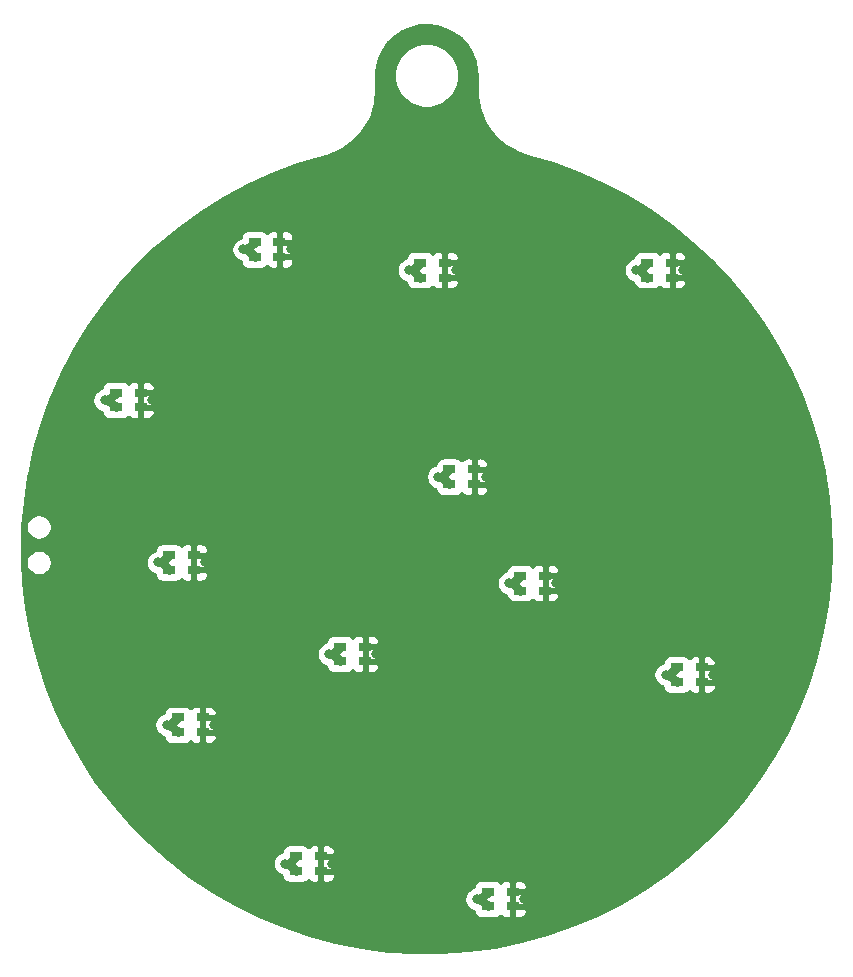
<source format=gbr>
%TF.GenerationSoftware,KiCad,Pcbnew,(5.1.10)-1*%
%TF.CreationDate,2021-10-17T17:11:57+02:00*%
%TF.ProjectId,TVZ_kuglica,54565a5f-6b75-4676-9c69-63612e6b6963,rev?*%
%TF.SameCoordinates,Original*%
%TF.FileFunction,Copper,L1,Top*%
%TF.FilePolarity,Positive*%
%FSLAX46Y46*%
G04 Gerber Fmt 4.6, Leading zero omitted, Abs format (unit mm)*
G04 Created by KiCad (PCBNEW (5.1.10)-1) date 2021-10-17 17:11:57*
%MOMM*%
%LPD*%
G01*
G04 APERTURE LIST*
%TA.AperFunction,SMDPad,CuDef*%
%ADD10R,1.100000X0.750000*%
%TD*%
%TA.AperFunction,ViaPad*%
%ADD11C,0.800000*%
%TD*%
%TA.AperFunction,Conductor*%
%ADD12C,0.762000*%
%TD*%
%TA.AperFunction,Conductor*%
%ADD13C,0.254000*%
%TD*%
%TA.AperFunction,Conductor*%
%ADD14C,0.100000*%
%TD*%
G04 APERTURE END LIST*
D10*
%TO.P,D1,1*%
%TO.N,Net-(D1-Pad1)*%
X110700000Y-86875000D03*
%TO.P,D1,2*%
%TO.N,GND*%
X112800000Y-86875000D03*
%TO.P,D1,1*%
%TO.N,Net-(D1-Pad1)*%
X110700000Y-88125000D03*
%TO.P,D1,2*%
%TO.N,GND*%
X112800000Y-88125000D03*
%TD*%
%TO.P,D2,2*%
%TO.N,GND*%
X124550000Y-75375000D03*
%TO.P,D2,1*%
%TO.N,Net-(D1-Pad1)*%
X122450000Y-75375000D03*
%TO.P,D2,2*%
%TO.N,GND*%
X124550000Y-74125000D03*
%TO.P,D2,1*%
%TO.N,Net-(D1-Pad1)*%
X122450000Y-74125000D03*
%TD*%
%TO.P,D3,1*%
%TO.N,Net-(D1-Pad1)*%
X155700000Y-75875000D03*
%TO.P,D3,2*%
%TO.N,GND*%
X157800000Y-75875000D03*
%TO.P,D3,1*%
%TO.N,Net-(D1-Pad1)*%
X155700000Y-77125000D03*
%TO.P,D3,2*%
%TO.N,GND*%
X157800000Y-77125000D03*
%TD*%
%TO.P,D4,2*%
%TO.N,GND*%
X131800000Y-109625000D03*
%TO.P,D4,1*%
%TO.N,Net-(D1-Pad1)*%
X129700000Y-109625000D03*
%TO.P,D4,2*%
%TO.N,GND*%
X131800000Y-108375000D03*
%TO.P,D4,1*%
%TO.N,Net-(D1-Pad1)*%
X129700000Y-108375000D03*
%TD*%
%TO.P,D5,1*%
%TO.N,Net-(D1-Pad1)*%
X115950000Y-114375000D03*
%TO.P,D5,2*%
%TO.N,GND*%
X118050000Y-114375000D03*
%TO.P,D5,1*%
%TO.N,Net-(D1-Pad1)*%
X115950000Y-115625000D03*
%TO.P,D5,2*%
%TO.N,GND*%
X118050000Y-115625000D03*
%TD*%
%TO.P,D6,2*%
%TO.N,GND*%
X117300000Y-101875000D03*
%TO.P,D6,1*%
%TO.N,Net-(D1-Pad1)*%
X115200000Y-101875000D03*
%TO.P,D6,2*%
%TO.N,GND*%
X117300000Y-100625000D03*
%TO.P,D6,1*%
%TO.N,Net-(D1-Pad1)*%
X115200000Y-100625000D03*
%TD*%
%TO.P,D7,1*%
%TO.N,Net-(D1-Pad1)*%
X142200000Y-129125000D03*
%TO.P,D7,2*%
%TO.N,GND*%
X144300000Y-129125000D03*
%TO.P,D7,1*%
%TO.N,Net-(D1-Pad1)*%
X142200000Y-130375000D03*
%TO.P,D7,2*%
%TO.N,GND*%
X144300000Y-130375000D03*
%TD*%
%TO.P,D8,2*%
%TO.N,GND*%
X160300000Y-111375000D03*
%TO.P,D8,1*%
%TO.N,Net-(D1-Pad1)*%
X158200000Y-111375000D03*
%TO.P,D8,2*%
%TO.N,GND*%
X160300000Y-110125000D03*
%TO.P,D8,1*%
%TO.N,Net-(D1-Pad1)*%
X158200000Y-110125000D03*
%TD*%
%TO.P,D9,1*%
%TO.N,Net-(D1-Pad1)*%
X136450000Y-75875000D03*
%TO.P,D9,2*%
%TO.N,GND*%
X138550000Y-75875000D03*
%TO.P,D9,1*%
%TO.N,Net-(D1-Pad1)*%
X136450000Y-77125000D03*
%TO.P,D9,2*%
%TO.N,GND*%
X138550000Y-77125000D03*
%TD*%
%TO.P,D10,2*%
%TO.N,GND*%
X147050000Y-103625000D03*
%TO.P,D10,1*%
%TO.N,Net-(D1-Pad1)*%
X144950000Y-103625000D03*
%TO.P,D10,2*%
%TO.N,GND*%
X147050000Y-102375000D03*
%TO.P,D10,1*%
%TO.N,Net-(D1-Pad1)*%
X144950000Y-102375000D03*
%TD*%
%TO.P,D11,1*%
%TO.N,Net-(D1-Pad1)*%
X125950000Y-126125000D03*
%TO.P,D11,2*%
%TO.N,GND*%
X128050000Y-126125000D03*
%TO.P,D11,1*%
%TO.N,Net-(D1-Pad1)*%
X125950000Y-127375000D03*
%TO.P,D11,2*%
%TO.N,GND*%
X128050000Y-127375000D03*
%TD*%
%TO.P,D12,1*%
%TO.N,Net-(D1-Pad1)*%
X138950000Y-93375000D03*
%TO.P,D12,2*%
%TO.N,GND*%
X141050000Y-93375000D03*
%TO.P,D12,1*%
%TO.N,Net-(D1-Pad1)*%
X138950000Y-94625000D03*
%TO.P,D12,2*%
%TO.N,GND*%
X141050000Y-94625000D03*
%TD*%
D11*
%TO.N,Net-(D1-Pad1)*%
X144000000Y-103000000D03*
X157250000Y-110750000D03*
X141250000Y-129750000D03*
X109750000Y-87500000D03*
X121500000Y-74750000D03*
X135500000Y-76500000D03*
X154750000Y-76500000D03*
X128750000Y-109000000D03*
X114250000Y-101250000D03*
X115000000Y-115000000D03*
X125000000Y-126750000D03*
X138000000Y-94000000D03*
%TO.N,GND*%
X118500000Y-126000000D03*
X134750000Y-125750000D03*
X135000000Y-133000000D03*
X145250000Y-126250000D03*
X153750000Y-127750000D03*
X149500000Y-78750000D03*
X130750000Y-73250000D03*
X120250000Y-84000000D03*
X126250000Y-93250000D03*
X120250000Y-105250000D03*
X128250000Y-104000000D03*
X108000000Y-107250000D03*
X118000000Y-110250000D03*
X138000000Y-112250000D03*
X146500000Y-115500000D03*
X147000000Y-108250000D03*
X165000000Y-105250000D03*
X161250000Y-117250000D03*
X155250000Y-97750000D03*
X157750000Y-90000000D03*
X142000000Y-94000000D03*
X161250000Y-110750000D03*
X132750000Y-109000000D03*
X148000000Y-103000000D03*
X119000000Y-115000000D03*
X118250000Y-101250000D03*
X145250000Y-129750000D03*
X113750000Y-87500000D03*
X139500000Y-76500000D03*
X158750000Y-76500000D03*
X125500000Y-74750000D03*
X129000000Y-126750000D03*
%TD*%
D12*
%TO.N,Net-(D1-Pad1)*%
X115325000Y-115000000D02*
X115950000Y-114375000D01*
X115325000Y-115000000D02*
X115950000Y-115625000D01*
X115000000Y-115000000D02*
X115325000Y-115000000D01*
X114575000Y-101250000D02*
X115200000Y-100625000D01*
X114575000Y-101250000D02*
X115200000Y-101875000D01*
X114250000Y-101250000D02*
X114575000Y-101250000D01*
X129075000Y-109000000D02*
X129700000Y-109625000D01*
X129075000Y-109000000D02*
X129700000Y-108375000D01*
X128750000Y-109000000D02*
X129075000Y-109000000D01*
X155075000Y-76500000D02*
X155700000Y-77125000D01*
X155075000Y-76500000D02*
X155700000Y-75875000D01*
X157575000Y-110750000D02*
X158200000Y-110125000D01*
X157575000Y-110750000D02*
X158200000Y-111375000D01*
X157250000Y-110750000D02*
X157575000Y-110750000D01*
X144325000Y-103000000D02*
X144950000Y-102375000D01*
X144325000Y-103000000D02*
X144950000Y-103625000D01*
X144000000Y-103000000D02*
X144325000Y-103000000D01*
X110075000Y-87500000D02*
X110700000Y-86875000D01*
X110075000Y-87500000D02*
X110700000Y-88125000D01*
X109750000Y-87500000D02*
X110075000Y-87500000D01*
X121825000Y-74750000D02*
X122450000Y-74125000D01*
X121825000Y-74750000D02*
X122450000Y-75375000D01*
X121500000Y-74750000D02*
X121825000Y-74750000D01*
X135825000Y-76500000D02*
X136450000Y-75875000D01*
X135825000Y-76500000D02*
X136450000Y-77125000D01*
X141575000Y-129750000D02*
X142200000Y-130375000D01*
X141575000Y-129750000D02*
X142200000Y-129125000D01*
X141250000Y-129750000D02*
X141575000Y-129750000D01*
X125325000Y-126750000D02*
X125950000Y-126125000D01*
X125325000Y-126750000D02*
X125950000Y-127375000D01*
X125000000Y-126750000D02*
X125325000Y-126750000D01*
X138325000Y-94000000D02*
X138950000Y-93375000D01*
X138325000Y-94000000D02*
X138950000Y-94625000D01*
X138000000Y-94000000D02*
X138325000Y-94000000D01*
%TD*%
D13*
%TO.N,GND*%
X137886138Y-55831059D02*
X138610388Y-56053867D01*
X139283738Y-56401409D01*
X139884901Y-56862699D01*
X140394872Y-57423149D01*
X140797540Y-58065057D01*
X141080170Y-58768122D01*
X141236190Y-59521513D01*
X141265000Y-60021169D01*
X141265001Y-61306272D01*
X141266298Y-61319440D01*
X141278413Y-61656049D01*
X141278863Y-61659632D01*
X141278707Y-61663242D01*
X141287438Y-61747410D01*
X141429908Y-62624862D01*
X141435629Y-62647269D01*
X141438736Y-62670183D01*
X141462234Y-62751474D01*
X141757835Y-63589830D01*
X141767433Y-63610870D01*
X141774549Y-63632871D01*
X141812059Y-63708691D01*
X141812071Y-63708717D01*
X141812077Y-63708725D01*
X142251461Y-64481476D01*
X142264630Y-64500478D01*
X142275533Y-64520879D01*
X142325894Y-64588881D01*
X142895182Y-65271616D01*
X142911512Y-65287990D01*
X142925851Y-65306132D01*
X142987458Y-65364142D01*
X143668651Y-65935276D01*
X143687625Y-65948502D01*
X143704950Y-65963817D01*
X143775855Y-66010000D01*
X144547423Y-66451478D01*
X144568436Y-66461133D01*
X144588200Y-66473139D01*
X144666163Y-66506036D01*
X145503715Y-66803905D01*
X145508021Y-66805017D01*
X145525587Y-66811299D01*
X145542755Y-66816572D01*
X147746053Y-67464098D01*
X149878711Y-68247813D01*
X151954729Y-69171140D01*
X153965017Y-70230036D01*
X155900673Y-71419812D01*
X157753239Y-72735268D01*
X159514561Y-74170616D01*
X161176886Y-75719540D01*
X162732884Y-77375207D01*
X164175738Y-79130360D01*
X165499106Y-80977290D01*
X166697162Y-82907865D01*
X167764630Y-84913581D01*
X168696830Y-86985643D01*
X169489658Y-89114933D01*
X170139624Y-91292080D01*
X170643873Y-93507517D01*
X171000188Y-95751501D01*
X171207004Y-98014175D01*
X171263407Y-100285560D01*
X171169153Y-102555700D01*
X170924654Y-104814605D01*
X170530986Y-107052337D01*
X169989882Y-109259064D01*
X169303718Y-111425077D01*
X168475512Y-113540851D01*
X167508906Y-115597090D01*
X166408155Y-117584736D01*
X165178083Y-119495080D01*
X163824120Y-121319689D01*
X162352204Y-123050560D01*
X160768823Y-124680064D01*
X159080926Y-126201055D01*
X157295931Y-127606843D01*
X155421695Y-128891239D01*
X153466456Y-130048599D01*
X151438820Y-131073832D01*
X149347702Y-131962428D01*
X147202263Y-132710493D01*
X145011999Y-133314718D01*
X142786467Y-133772464D01*
X140535523Y-134081705D01*
X138269022Y-134241089D01*
X135996953Y-134249911D01*
X133729262Y-134108134D01*
X131475992Y-133816385D01*
X129246983Y-133375938D01*
X127052076Y-132788738D01*
X124900917Y-132057366D01*
X122802939Y-131185029D01*
X120767401Y-130175574D01*
X119860225Y-129648061D01*
X140215000Y-129648061D01*
X140215000Y-129851939D01*
X140254774Y-130051898D01*
X140332795Y-130240256D01*
X140446063Y-130409774D01*
X140590226Y-130553937D01*
X140759744Y-130667205D01*
X140948102Y-130745226D01*
X141012724Y-130758080D01*
X141024188Y-130874482D01*
X141060498Y-130994180D01*
X141119463Y-131104494D01*
X141198815Y-131201185D01*
X141295506Y-131280537D01*
X141405820Y-131339502D01*
X141525518Y-131375812D01*
X141650000Y-131388072D01*
X142120375Y-131388072D01*
X142199999Y-131395914D01*
X142279623Y-131388072D01*
X142750000Y-131388072D01*
X142874482Y-131375812D01*
X142994180Y-131339502D01*
X143104494Y-131280537D01*
X143201185Y-131201185D01*
X143250000Y-131141704D01*
X143298815Y-131201185D01*
X143395506Y-131280537D01*
X143505820Y-131339502D01*
X143625518Y-131375812D01*
X143750000Y-131388072D01*
X144014250Y-131385000D01*
X144173000Y-131226250D01*
X144173000Y-130502000D01*
X144427000Y-130502000D01*
X144427000Y-131226250D01*
X144585750Y-131385000D01*
X144850000Y-131388072D01*
X144974482Y-131375812D01*
X145094180Y-131339502D01*
X145204494Y-131280537D01*
X145301185Y-131201185D01*
X145380537Y-131104494D01*
X145439502Y-130994180D01*
X145475812Y-130874482D01*
X145488072Y-130750000D01*
X145485000Y-130660750D01*
X145326250Y-130502000D01*
X144427000Y-130502000D01*
X144173000Y-130502000D01*
X144153000Y-130502000D01*
X144153000Y-130248000D01*
X144173000Y-130248000D01*
X144173000Y-129252000D01*
X144427000Y-129252000D01*
X144427000Y-130248000D01*
X145326250Y-130248000D01*
X145485000Y-130089250D01*
X145488072Y-130000000D01*
X145475812Y-129875518D01*
X145439502Y-129755820D01*
X145436391Y-129750000D01*
X145439502Y-129744180D01*
X145475812Y-129624482D01*
X145488072Y-129500000D01*
X145485000Y-129410750D01*
X145326250Y-129252000D01*
X144427000Y-129252000D01*
X144173000Y-129252000D01*
X144153000Y-129252000D01*
X144153000Y-128998000D01*
X144173000Y-128998000D01*
X144173000Y-128273750D01*
X144427000Y-128273750D01*
X144427000Y-128998000D01*
X145326250Y-128998000D01*
X145485000Y-128839250D01*
X145488072Y-128750000D01*
X145475812Y-128625518D01*
X145439502Y-128505820D01*
X145380537Y-128395506D01*
X145301185Y-128298815D01*
X145204494Y-128219463D01*
X145094180Y-128160498D01*
X144974482Y-128124188D01*
X144850000Y-128111928D01*
X144585750Y-128115000D01*
X144427000Y-128273750D01*
X144173000Y-128273750D01*
X144014250Y-128115000D01*
X143750000Y-128111928D01*
X143625518Y-128124188D01*
X143505820Y-128160498D01*
X143395506Y-128219463D01*
X143298815Y-128298815D01*
X143250000Y-128358296D01*
X143201185Y-128298815D01*
X143104494Y-128219463D01*
X142994180Y-128160498D01*
X142874482Y-128124188D01*
X142750000Y-128111928D01*
X142279623Y-128111928D01*
X142199999Y-128104086D01*
X142120375Y-128111928D01*
X141650000Y-128111928D01*
X141525518Y-128124188D01*
X141405820Y-128160498D01*
X141295506Y-128219463D01*
X141198815Y-128298815D01*
X141119463Y-128395506D01*
X141060498Y-128505820D01*
X141024188Y-128625518D01*
X141012724Y-128741920D01*
X140948102Y-128754774D01*
X140759744Y-128832795D01*
X140590226Y-128946063D01*
X140446063Y-129090226D01*
X140332795Y-129259744D01*
X140254774Y-129448102D01*
X140215000Y-129648061D01*
X119860225Y-129648061D01*
X118803237Y-129033435D01*
X116919085Y-127763634D01*
X115479732Y-126648061D01*
X123965000Y-126648061D01*
X123965000Y-126851939D01*
X124004774Y-127051898D01*
X124082795Y-127240256D01*
X124196063Y-127409774D01*
X124340226Y-127553937D01*
X124509744Y-127667205D01*
X124698102Y-127745226D01*
X124762724Y-127758080D01*
X124774188Y-127874482D01*
X124810498Y-127994180D01*
X124869463Y-128104494D01*
X124948815Y-128201185D01*
X125045506Y-128280537D01*
X125155820Y-128339502D01*
X125275518Y-128375812D01*
X125400000Y-128388072D01*
X125870375Y-128388072D01*
X125949999Y-128395914D01*
X126029623Y-128388072D01*
X126500000Y-128388072D01*
X126624482Y-128375812D01*
X126744180Y-128339502D01*
X126854494Y-128280537D01*
X126951185Y-128201185D01*
X127000000Y-128141704D01*
X127048815Y-128201185D01*
X127145506Y-128280537D01*
X127255820Y-128339502D01*
X127375518Y-128375812D01*
X127500000Y-128388072D01*
X127764250Y-128385000D01*
X127923000Y-128226250D01*
X127923000Y-127502000D01*
X128177000Y-127502000D01*
X128177000Y-128226250D01*
X128335750Y-128385000D01*
X128600000Y-128388072D01*
X128724482Y-128375812D01*
X128844180Y-128339502D01*
X128954494Y-128280537D01*
X129051185Y-128201185D01*
X129130537Y-128104494D01*
X129189502Y-127994180D01*
X129225812Y-127874482D01*
X129238072Y-127750000D01*
X129235000Y-127660750D01*
X129076250Y-127502000D01*
X128177000Y-127502000D01*
X127923000Y-127502000D01*
X127903000Y-127502000D01*
X127903000Y-127248000D01*
X127923000Y-127248000D01*
X127923000Y-126252000D01*
X128177000Y-126252000D01*
X128177000Y-127248000D01*
X129076250Y-127248000D01*
X129235000Y-127089250D01*
X129238072Y-127000000D01*
X129225812Y-126875518D01*
X129189502Y-126755820D01*
X129186391Y-126750000D01*
X129189502Y-126744180D01*
X129225812Y-126624482D01*
X129238072Y-126500000D01*
X129235000Y-126410750D01*
X129076250Y-126252000D01*
X128177000Y-126252000D01*
X127923000Y-126252000D01*
X127903000Y-126252000D01*
X127903000Y-125998000D01*
X127923000Y-125998000D01*
X127923000Y-125273750D01*
X128177000Y-125273750D01*
X128177000Y-125998000D01*
X129076250Y-125998000D01*
X129235000Y-125839250D01*
X129238072Y-125750000D01*
X129225812Y-125625518D01*
X129189502Y-125505820D01*
X129130537Y-125395506D01*
X129051185Y-125298815D01*
X128954494Y-125219463D01*
X128844180Y-125160498D01*
X128724482Y-125124188D01*
X128600000Y-125111928D01*
X128335750Y-125115000D01*
X128177000Y-125273750D01*
X127923000Y-125273750D01*
X127764250Y-125115000D01*
X127500000Y-125111928D01*
X127375518Y-125124188D01*
X127255820Y-125160498D01*
X127145506Y-125219463D01*
X127048815Y-125298815D01*
X127000000Y-125358296D01*
X126951185Y-125298815D01*
X126854494Y-125219463D01*
X126744180Y-125160498D01*
X126624482Y-125124188D01*
X126500000Y-125111928D01*
X126029623Y-125111928D01*
X125949999Y-125104086D01*
X125870375Y-125111928D01*
X125400000Y-125111928D01*
X125275518Y-125124188D01*
X125155820Y-125160498D01*
X125045506Y-125219463D01*
X124948815Y-125298815D01*
X124869463Y-125395506D01*
X124810498Y-125505820D01*
X124774188Y-125625518D01*
X124762724Y-125741920D01*
X124698102Y-125754774D01*
X124509744Y-125832795D01*
X124340226Y-125946063D01*
X124196063Y-126090226D01*
X124082795Y-126259744D01*
X124004774Y-126448102D01*
X123965000Y-126648061D01*
X115479732Y-126648061D01*
X115123223Y-126371749D01*
X113423564Y-124863914D01*
X111827572Y-123246751D01*
X110342263Y-121527368D01*
X108974171Y-119713331D01*
X107729304Y-117812605D01*
X106613144Y-115833557D01*
X106164478Y-114898061D01*
X113965000Y-114898061D01*
X113965000Y-115101939D01*
X114004774Y-115301898D01*
X114082795Y-115490256D01*
X114196063Y-115659774D01*
X114340226Y-115803937D01*
X114509744Y-115917205D01*
X114698102Y-115995226D01*
X114762724Y-116008080D01*
X114774188Y-116124482D01*
X114810498Y-116244180D01*
X114869463Y-116354494D01*
X114948815Y-116451185D01*
X115045506Y-116530537D01*
X115155820Y-116589502D01*
X115275518Y-116625812D01*
X115400000Y-116638072D01*
X115870375Y-116638072D01*
X115949999Y-116645914D01*
X116029623Y-116638072D01*
X116500000Y-116638072D01*
X116624482Y-116625812D01*
X116744180Y-116589502D01*
X116854494Y-116530537D01*
X116951185Y-116451185D01*
X117000000Y-116391704D01*
X117048815Y-116451185D01*
X117145506Y-116530537D01*
X117255820Y-116589502D01*
X117375518Y-116625812D01*
X117500000Y-116638072D01*
X117764250Y-116635000D01*
X117923000Y-116476250D01*
X117923000Y-115752000D01*
X118177000Y-115752000D01*
X118177000Y-116476250D01*
X118335750Y-116635000D01*
X118600000Y-116638072D01*
X118724482Y-116625812D01*
X118844180Y-116589502D01*
X118954494Y-116530537D01*
X119051185Y-116451185D01*
X119130537Y-116354494D01*
X119189502Y-116244180D01*
X119225812Y-116124482D01*
X119238072Y-116000000D01*
X119235000Y-115910750D01*
X119076250Y-115752000D01*
X118177000Y-115752000D01*
X117923000Y-115752000D01*
X117903000Y-115752000D01*
X117903000Y-115498000D01*
X117923000Y-115498000D01*
X117923000Y-114502000D01*
X118177000Y-114502000D01*
X118177000Y-115498000D01*
X119076250Y-115498000D01*
X119235000Y-115339250D01*
X119238072Y-115250000D01*
X119225812Y-115125518D01*
X119189502Y-115005820D01*
X119186391Y-115000000D01*
X119189502Y-114994180D01*
X119225812Y-114874482D01*
X119238072Y-114750000D01*
X119235000Y-114660750D01*
X119076250Y-114502000D01*
X118177000Y-114502000D01*
X117923000Y-114502000D01*
X117903000Y-114502000D01*
X117903000Y-114248000D01*
X117923000Y-114248000D01*
X117923000Y-113523750D01*
X118177000Y-113523750D01*
X118177000Y-114248000D01*
X119076250Y-114248000D01*
X119235000Y-114089250D01*
X119238072Y-114000000D01*
X119225812Y-113875518D01*
X119189502Y-113755820D01*
X119130537Y-113645506D01*
X119051185Y-113548815D01*
X118954494Y-113469463D01*
X118844180Y-113410498D01*
X118724482Y-113374188D01*
X118600000Y-113361928D01*
X118335750Y-113365000D01*
X118177000Y-113523750D01*
X117923000Y-113523750D01*
X117764250Y-113365000D01*
X117500000Y-113361928D01*
X117375518Y-113374188D01*
X117255820Y-113410498D01*
X117145506Y-113469463D01*
X117048815Y-113548815D01*
X117000000Y-113608296D01*
X116951185Y-113548815D01*
X116854494Y-113469463D01*
X116744180Y-113410498D01*
X116624482Y-113374188D01*
X116500000Y-113361928D01*
X116029623Y-113361928D01*
X115949999Y-113354086D01*
X115870375Y-113361928D01*
X115400000Y-113361928D01*
X115275518Y-113374188D01*
X115155820Y-113410498D01*
X115045506Y-113469463D01*
X114948815Y-113548815D01*
X114869463Y-113645506D01*
X114810498Y-113755820D01*
X114774188Y-113875518D01*
X114762724Y-113991920D01*
X114698102Y-114004774D01*
X114509744Y-114082795D01*
X114340226Y-114196063D01*
X114196063Y-114340226D01*
X114082795Y-114509744D01*
X114004774Y-114698102D01*
X113965000Y-114898061D01*
X106164478Y-114898061D01*
X105630601Y-113784897D01*
X104785986Y-111675609D01*
X104451670Y-110648061D01*
X156215000Y-110648061D01*
X156215000Y-110851939D01*
X156254774Y-111051898D01*
X156332795Y-111240256D01*
X156446063Y-111409774D01*
X156590226Y-111553937D01*
X156759744Y-111667205D01*
X156948102Y-111745226D01*
X157012724Y-111758080D01*
X157024188Y-111874482D01*
X157060498Y-111994180D01*
X157119463Y-112104494D01*
X157198815Y-112201185D01*
X157295506Y-112280537D01*
X157405820Y-112339502D01*
X157525518Y-112375812D01*
X157650000Y-112388072D01*
X158120375Y-112388072D01*
X158199999Y-112395914D01*
X158279623Y-112388072D01*
X158750000Y-112388072D01*
X158874482Y-112375812D01*
X158994180Y-112339502D01*
X159104494Y-112280537D01*
X159201185Y-112201185D01*
X159250000Y-112141704D01*
X159298815Y-112201185D01*
X159395506Y-112280537D01*
X159505820Y-112339502D01*
X159625518Y-112375812D01*
X159750000Y-112388072D01*
X160014250Y-112385000D01*
X160173000Y-112226250D01*
X160173000Y-111502000D01*
X160427000Y-111502000D01*
X160427000Y-112226250D01*
X160585750Y-112385000D01*
X160850000Y-112388072D01*
X160974482Y-112375812D01*
X161094180Y-112339502D01*
X161204494Y-112280537D01*
X161301185Y-112201185D01*
X161380537Y-112104494D01*
X161439502Y-111994180D01*
X161475812Y-111874482D01*
X161488072Y-111750000D01*
X161485000Y-111660750D01*
X161326250Y-111502000D01*
X160427000Y-111502000D01*
X160173000Y-111502000D01*
X160153000Y-111502000D01*
X160153000Y-111248000D01*
X160173000Y-111248000D01*
X160173000Y-110252000D01*
X160427000Y-110252000D01*
X160427000Y-111248000D01*
X161326250Y-111248000D01*
X161485000Y-111089250D01*
X161488072Y-111000000D01*
X161475812Y-110875518D01*
X161439502Y-110755820D01*
X161436391Y-110750000D01*
X161439502Y-110744180D01*
X161475812Y-110624482D01*
X161488072Y-110500000D01*
X161485000Y-110410750D01*
X161326250Y-110252000D01*
X160427000Y-110252000D01*
X160173000Y-110252000D01*
X160153000Y-110252000D01*
X160153000Y-109998000D01*
X160173000Y-109998000D01*
X160173000Y-109273750D01*
X160427000Y-109273750D01*
X160427000Y-109998000D01*
X161326250Y-109998000D01*
X161485000Y-109839250D01*
X161488072Y-109750000D01*
X161475812Y-109625518D01*
X161439502Y-109505820D01*
X161380537Y-109395506D01*
X161301185Y-109298815D01*
X161204494Y-109219463D01*
X161094180Y-109160498D01*
X160974482Y-109124188D01*
X160850000Y-109111928D01*
X160585750Y-109115000D01*
X160427000Y-109273750D01*
X160173000Y-109273750D01*
X160014250Y-109115000D01*
X159750000Y-109111928D01*
X159625518Y-109124188D01*
X159505820Y-109160498D01*
X159395506Y-109219463D01*
X159298815Y-109298815D01*
X159250000Y-109358296D01*
X159201185Y-109298815D01*
X159104494Y-109219463D01*
X158994180Y-109160498D01*
X158874482Y-109124188D01*
X158750000Y-109111928D01*
X158279623Y-109111928D01*
X158199999Y-109104086D01*
X158120375Y-109111928D01*
X157650000Y-109111928D01*
X157525518Y-109124188D01*
X157405820Y-109160498D01*
X157295506Y-109219463D01*
X157198815Y-109298815D01*
X157119463Y-109395506D01*
X157060498Y-109505820D01*
X157024188Y-109625518D01*
X157012724Y-109741920D01*
X156948102Y-109754774D01*
X156759744Y-109832795D01*
X156590226Y-109946063D01*
X156446063Y-110090226D01*
X156332795Y-110259744D01*
X156254774Y-110448102D01*
X156215000Y-110648061D01*
X104451670Y-110648061D01*
X104083026Y-109515005D01*
X103926658Y-108898061D01*
X127715000Y-108898061D01*
X127715000Y-109101939D01*
X127754774Y-109301898D01*
X127832795Y-109490256D01*
X127946063Y-109659774D01*
X128090226Y-109803937D01*
X128259744Y-109917205D01*
X128448102Y-109995226D01*
X128512724Y-110008080D01*
X128524188Y-110124482D01*
X128560498Y-110244180D01*
X128619463Y-110354494D01*
X128698815Y-110451185D01*
X128795506Y-110530537D01*
X128905820Y-110589502D01*
X129025518Y-110625812D01*
X129150000Y-110638072D01*
X129620375Y-110638072D01*
X129699999Y-110645914D01*
X129779623Y-110638072D01*
X130250000Y-110638072D01*
X130374482Y-110625812D01*
X130494180Y-110589502D01*
X130604494Y-110530537D01*
X130701185Y-110451185D01*
X130750000Y-110391704D01*
X130798815Y-110451185D01*
X130895506Y-110530537D01*
X131005820Y-110589502D01*
X131125518Y-110625812D01*
X131250000Y-110638072D01*
X131514250Y-110635000D01*
X131673000Y-110476250D01*
X131673000Y-109752000D01*
X131927000Y-109752000D01*
X131927000Y-110476250D01*
X132085750Y-110635000D01*
X132350000Y-110638072D01*
X132474482Y-110625812D01*
X132594180Y-110589502D01*
X132704494Y-110530537D01*
X132801185Y-110451185D01*
X132880537Y-110354494D01*
X132939502Y-110244180D01*
X132975812Y-110124482D01*
X132988072Y-110000000D01*
X132985000Y-109910750D01*
X132826250Y-109752000D01*
X131927000Y-109752000D01*
X131673000Y-109752000D01*
X131653000Y-109752000D01*
X131653000Y-109498000D01*
X131673000Y-109498000D01*
X131673000Y-108502000D01*
X131927000Y-108502000D01*
X131927000Y-109498000D01*
X132826250Y-109498000D01*
X132985000Y-109339250D01*
X132988072Y-109250000D01*
X132975812Y-109125518D01*
X132939502Y-109005820D01*
X132936391Y-109000000D01*
X132939502Y-108994180D01*
X132975812Y-108874482D01*
X132988072Y-108750000D01*
X132985000Y-108660750D01*
X132826250Y-108502000D01*
X131927000Y-108502000D01*
X131673000Y-108502000D01*
X131653000Y-108502000D01*
X131653000Y-108248000D01*
X131673000Y-108248000D01*
X131673000Y-107523750D01*
X131927000Y-107523750D01*
X131927000Y-108248000D01*
X132826250Y-108248000D01*
X132985000Y-108089250D01*
X132988072Y-108000000D01*
X132975812Y-107875518D01*
X132939502Y-107755820D01*
X132880537Y-107645506D01*
X132801185Y-107548815D01*
X132704494Y-107469463D01*
X132594180Y-107410498D01*
X132474482Y-107374188D01*
X132350000Y-107361928D01*
X132085750Y-107365000D01*
X131927000Y-107523750D01*
X131673000Y-107523750D01*
X131514250Y-107365000D01*
X131250000Y-107361928D01*
X131125518Y-107374188D01*
X131005820Y-107410498D01*
X130895506Y-107469463D01*
X130798815Y-107548815D01*
X130750000Y-107608296D01*
X130701185Y-107548815D01*
X130604494Y-107469463D01*
X130494180Y-107410498D01*
X130374482Y-107374188D01*
X130250000Y-107361928D01*
X129779623Y-107361928D01*
X129699999Y-107354086D01*
X129620375Y-107361928D01*
X129150000Y-107361928D01*
X129025518Y-107374188D01*
X128905820Y-107410498D01*
X128795506Y-107469463D01*
X128698815Y-107548815D01*
X128619463Y-107645506D01*
X128560498Y-107755820D01*
X128524188Y-107875518D01*
X128512724Y-107991920D01*
X128448102Y-108004774D01*
X128259744Y-108082795D01*
X128090226Y-108196063D01*
X127946063Y-108340226D01*
X127832795Y-108509744D01*
X127754774Y-108698102D01*
X127715000Y-108898061D01*
X103926658Y-108898061D01*
X103524797Y-107312547D01*
X103113763Y-105077935D01*
X102860675Y-102898061D01*
X142965000Y-102898061D01*
X142965000Y-103101939D01*
X143004774Y-103301898D01*
X143082795Y-103490256D01*
X143196063Y-103659774D01*
X143340226Y-103803937D01*
X143509744Y-103917205D01*
X143698102Y-103995226D01*
X143762724Y-104008080D01*
X143774188Y-104124482D01*
X143810498Y-104244180D01*
X143869463Y-104354494D01*
X143948815Y-104451185D01*
X144045506Y-104530537D01*
X144155820Y-104589502D01*
X144275518Y-104625812D01*
X144400000Y-104638072D01*
X144870375Y-104638072D01*
X144949999Y-104645914D01*
X145029623Y-104638072D01*
X145500000Y-104638072D01*
X145624482Y-104625812D01*
X145744180Y-104589502D01*
X145854494Y-104530537D01*
X145951185Y-104451185D01*
X146000000Y-104391704D01*
X146048815Y-104451185D01*
X146145506Y-104530537D01*
X146255820Y-104589502D01*
X146375518Y-104625812D01*
X146500000Y-104638072D01*
X146764250Y-104635000D01*
X146923000Y-104476250D01*
X146923000Y-103752000D01*
X147177000Y-103752000D01*
X147177000Y-104476250D01*
X147335750Y-104635000D01*
X147600000Y-104638072D01*
X147724482Y-104625812D01*
X147844180Y-104589502D01*
X147954494Y-104530537D01*
X148051185Y-104451185D01*
X148130537Y-104354494D01*
X148189502Y-104244180D01*
X148225812Y-104124482D01*
X148238072Y-104000000D01*
X148235000Y-103910750D01*
X148076250Y-103752000D01*
X147177000Y-103752000D01*
X146923000Y-103752000D01*
X146903000Y-103752000D01*
X146903000Y-103498000D01*
X146923000Y-103498000D01*
X146923000Y-102502000D01*
X147177000Y-102502000D01*
X147177000Y-103498000D01*
X148076250Y-103498000D01*
X148235000Y-103339250D01*
X148238072Y-103250000D01*
X148225812Y-103125518D01*
X148189502Y-103005820D01*
X148186391Y-103000000D01*
X148189502Y-102994180D01*
X148225812Y-102874482D01*
X148238072Y-102750000D01*
X148235000Y-102660750D01*
X148076250Y-102502000D01*
X147177000Y-102502000D01*
X146923000Y-102502000D01*
X146903000Y-102502000D01*
X146903000Y-102248000D01*
X146923000Y-102248000D01*
X146923000Y-101523750D01*
X147177000Y-101523750D01*
X147177000Y-102248000D01*
X148076250Y-102248000D01*
X148235000Y-102089250D01*
X148238072Y-102000000D01*
X148225812Y-101875518D01*
X148189502Y-101755820D01*
X148130537Y-101645506D01*
X148051185Y-101548815D01*
X147954494Y-101469463D01*
X147844180Y-101410498D01*
X147724482Y-101374188D01*
X147600000Y-101361928D01*
X147335750Y-101365000D01*
X147177000Y-101523750D01*
X146923000Y-101523750D01*
X146764250Y-101365000D01*
X146500000Y-101361928D01*
X146375518Y-101374188D01*
X146255820Y-101410498D01*
X146145506Y-101469463D01*
X146048815Y-101548815D01*
X146000000Y-101608296D01*
X145951185Y-101548815D01*
X145854494Y-101469463D01*
X145744180Y-101410498D01*
X145624482Y-101374188D01*
X145500000Y-101361928D01*
X145029623Y-101361928D01*
X144949999Y-101354086D01*
X144870375Y-101361928D01*
X144400000Y-101361928D01*
X144275518Y-101374188D01*
X144155820Y-101410498D01*
X144045506Y-101469463D01*
X143948815Y-101548815D01*
X143869463Y-101645506D01*
X143810498Y-101755820D01*
X143774188Y-101875518D01*
X143762724Y-101991920D01*
X143698102Y-102004774D01*
X143509744Y-102082795D01*
X143340226Y-102196063D01*
X143196063Y-102340226D01*
X143082795Y-102509744D01*
X143004774Y-102698102D01*
X142965000Y-102898061D01*
X102860675Y-102898061D01*
X102851726Y-102820985D01*
X102769006Y-101143137D01*
X103085000Y-101143137D01*
X103085000Y-101356863D01*
X103126696Y-101566483D01*
X103208485Y-101763940D01*
X103327225Y-101941647D01*
X103478353Y-102092775D01*
X103656060Y-102211515D01*
X103853517Y-102293304D01*
X104063137Y-102335000D01*
X104276863Y-102335000D01*
X104486483Y-102293304D01*
X104683940Y-102211515D01*
X104861647Y-102092775D01*
X105012775Y-101941647D01*
X105131515Y-101763940D01*
X105213304Y-101566483D01*
X105255000Y-101356863D01*
X105255000Y-101148061D01*
X113215000Y-101148061D01*
X113215000Y-101351939D01*
X113254774Y-101551898D01*
X113332795Y-101740256D01*
X113446063Y-101909774D01*
X113590226Y-102053937D01*
X113759744Y-102167205D01*
X113948102Y-102245226D01*
X114012724Y-102258080D01*
X114024188Y-102374482D01*
X114060498Y-102494180D01*
X114119463Y-102604494D01*
X114198815Y-102701185D01*
X114295506Y-102780537D01*
X114405820Y-102839502D01*
X114525518Y-102875812D01*
X114650000Y-102888072D01*
X115120375Y-102888072D01*
X115199999Y-102895914D01*
X115279623Y-102888072D01*
X115750000Y-102888072D01*
X115874482Y-102875812D01*
X115994180Y-102839502D01*
X116104494Y-102780537D01*
X116201185Y-102701185D01*
X116250000Y-102641704D01*
X116298815Y-102701185D01*
X116395506Y-102780537D01*
X116505820Y-102839502D01*
X116625518Y-102875812D01*
X116750000Y-102888072D01*
X117014250Y-102885000D01*
X117173000Y-102726250D01*
X117173000Y-102002000D01*
X117427000Y-102002000D01*
X117427000Y-102726250D01*
X117585750Y-102885000D01*
X117850000Y-102888072D01*
X117974482Y-102875812D01*
X118094180Y-102839502D01*
X118204494Y-102780537D01*
X118301185Y-102701185D01*
X118380537Y-102604494D01*
X118439502Y-102494180D01*
X118475812Y-102374482D01*
X118488072Y-102250000D01*
X118485000Y-102160750D01*
X118326250Y-102002000D01*
X117427000Y-102002000D01*
X117173000Y-102002000D01*
X117153000Y-102002000D01*
X117153000Y-101748000D01*
X117173000Y-101748000D01*
X117173000Y-100752000D01*
X117427000Y-100752000D01*
X117427000Y-101748000D01*
X118326250Y-101748000D01*
X118485000Y-101589250D01*
X118488072Y-101500000D01*
X118475812Y-101375518D01*
X118439502Y-101255820D01*
X118436391Y-101250000D01*
X118439502Y-101244180D01*
X118475812Y-101124482D01*
X118488072Y-101000000D01*
X118485000Y-100910750D01*
X118326250Y-100752000D01*
X117427000Y-100752000D01*
X117173000Y-100752000D01*
X117153000Y-100752000D01*
X117153000Y-100498000D01*
X117173000Y-100498000D01*
X117173000Y-99773750D01*
X117427000Y-99773750D01*
X117427000Y-100498000D01*
X118326250Y-100498000D01*
X118485000Y-100339250D01*
X118488072Y-100250000D01*
X118475812Y-100125518D01*
X118439502Y-100005820D01*
X118380537Y-99895506D01*
X118301185Y-99798815D01*
X118204494Y-99719463D01*
X118094180Y-99660498D01*
X117974482Y-99624188D01*
X117850000Y-99611928D01*
X117585750Y-99615000D01*
X117427000Y-99773750D01*
X117173000Y-99773750D01*
X117014250Y-99615000D01*
X116750000Y-99611928D01*
X116625518Y-99624188D01*
X116505820Y-99660498D01*
X116395506Y-99719463D01*
X116298815Y-99798815D01*
X116250000Y-99858296D01*
X116201185Y-99798815D01*
X116104494Y-99719463D01*
X115994180Y-99660498D01*
X115874482Y-99624188D01*
X115750000Y-99611928D01*
X115279623Y-99611928D01*
X115199999Y-99604086D01*
X115120375Y-99611928D01*
X114650000Y-99611928D01*
X114525518Y-99624188D01*
X114405820Y-99660498D01*
X114295506Y-99719463D01*
X114198815Y-99798815D01*
X114119463Y-99895506D01*
X114060498Y-100005820D01*
X114024188Y-100125518D01*
X114012724Y-100241920D01*
X113948102Y-100254774D01*
X113759744Y-100332795D01*
X113590226Y-100446063D01*
X113446063Y-100590226D01*
X113332795Y-100759744D01*
X113254774Y-100948102D01*
X113215000Y-101148061D01*
X105255000Y-101148061D01*
X105255000Y-101143137D01*
X105213304Y-100933517D01*
X105131515Y-100736060D01*
X105012775Y-100558353D01*
X104861647Y-100407225D01*
X104683940Y-100288485D01*
X104486483Y-100206696D01*
X104276863Y-100165000D01*
X104063137Y-100165000D01*
X103853517Y-100206696D01*
X103656060Y-100288485D01*
X103478353Y-100407225D01*
X103327225Y-100558353D01*
X103208485Y-100736060D01*
X103126696Y-100933517D01*
X103085000Y-101143137D01*
X102769006Y-101143137D01*
X102739845Y-100551658D01*
X102778607Y-98279882D01*
X102790035Y-98143137D01*
X103085000Y-98143137D01*
X103085000Y-98356863D01*
X103126696Y-98566483D01*
X103208485Y-98763940D01*
X103327225Y-98941647D01*
X103478353Y-99092775D01*
X103656060Y-99211515D01*
X103853517Y-99293304D01*
X104063137Y-99335000D01*
X104276863Y-99335000D01*
X104486483Y-99293304D01*
X104683940Y-99211515D01*
X104861647Y-99092775D01*
X105012775Y-98941647D01*
X105131515Y-98763940D01*
X105213304Y-98566483D01*
X105255000Y-98356863D01*
X105255000Y-98143137D01*
X105213304Y-97933517D01*
X105131515Y-97736060D01*
X105012775Y-97558353D01*
X104861647Y-97407225D01*
X104683940Y-97288485D01*
X104486483Y-97206696D01*
X104276863Y-97165000D01*
X104063137Y-97165000D01*
X103853517Y-97206696D01*
X103656060Y-97288485D01*
X103478353Y-97407225D01*
X103327225Y-97558353D01*
X103208485Y-97736060D01*
X103126696Y-97933517D01*
X103085000Y-98143137D01*
X102790035Y-98143137D01*
X102967842Y-96015687D01*
X103287252Y-93898061D01*
X136965000Y-93898061D01*
X136965000Y-94101939D01*
X137004774Y-94301898D01*
X137082795Y-94490256D01*
X137196063Y-94659774D01*
X137340226Y-94803937D01*
X137509744Y-94917205D01*
X137698102Y-94995226D01*
X137762724Y-95008080D01*
X137774188Y-95124482D01*
X137810498Y-95244180D01*
X137869463Y-95354494D01*
X137948815Y-95451185D01*
X138045506Y-95530537D01*
X138155820Y-95589502D01*
X138275518Y-95625812D01*
X138400000Y-95638072D01*
X138870375Y-95638072D01*
X138949999Y-95645914D01*
X139029623Y-95638072D01*
X139500000Y-95638072D01*
X139624482Y-95625812D01*
X139744180Y-95589502D01*
X139854494Y-95530537D01*
X139951185Y-95451185D01*
X140000000Y-95391704D01*
X140048815Y-95451185D01*
X140145506Y-95530537D01*
X140255820Y-95589502D01*
X140375518Y-95625812D01*
X140500000Y-95638072D01*
X140764250Y-95635000D01*
X140923000Y-95476250D01*
X140923000Y-94752000D01*
X141177000Y-94752000D01*
X141177000Y-95476250D01*
X141335750Y-95635000D01*
X141600000Y-95638072D01*
X141724482Y-95625812D01*
X141844180Y-95589502D01*
X141954494Y-95530537D01*
X142051185Y-95451185D01*
X142130537Y-95354494D01*
X142189502Y-95244180D01*
X142225812Y-95124482D01*
X142238072Y-95000000D01*
X142235000Y-94910750D01*
X142076250Y-94752000D01*
X141177000Y-94752000D01*
X140923000Y-94752000D01*
X140903000Y-94752000D01*
X140903000Y-94498000D01*
X140923000Y-94498000D01*
X140923000Y-93502000D01*
X141177000Y-93502000D01*
X141177000Y-94498000D01*
X142076250Y-94498000D01*
X142235000Y-94339250D01*
X142238072Y-94250000D01*
X142225812Y-94125518D01*
X142189502Y-94005820D01*
X142186391Y-94000000D01*
X142189502Y-93994180D01*
X142225812Y-93874482D01*
X142238072Y-93750000D01*
X142235000Y-93660750D01*
X142076250Y-93502000D01*
X141177000Y-93502000D01*
X140923000Y-93502000D01*
X140903000Y-93502000D01*
X140903000Y-93248000D01*
X140923000Y-93248000D01*
X140923000Y-92523750D01*
X141177000Y-92523750D01*
X141177000Y-93248000D01*
X142076250Y-93248000D01*
X142235000Y-93089250D01*
X142238072Y-93000000D01*
X142225812Y-92875518D01*
X142189502Y-92755820D01*
X142130537Y-92645506D01*
X142051185Y-92548815D01*
X141954494Y-92469463D01*
X141844180Y-92410498D01*
X141724482Y-92374188D01*
X141600000Y-92361928D01*
X141335750Y-92365000D01*
X141177000Y-92523750D01*
X140923000Y-92523750D01*
X140764250Y-92365000D01*
X140500000Y-92361928D01*
X140375518Y-92374188D01*
X140255820Y-92410498D01*
X140145506Y-92469463D01*
X140048815Y-92548815D01*
X140000000Y-92608296D01*
X139951185Y-92548815D01*
X139854494Y-92469463D01*
X139744180Y-92410498D01*
X139624482Y-92374188D01*
X139500000Y-92361928D01*
X139029623Y-92361928D01*
X138949999Y-92354086D01*
X138870375Y-92361928D01*
X138400000Y-92361928D01*
X138275518Y-92374188D01*
X138155820Y-92410498D01*
X138045506Y-92469463D01*
X137948815Y-92548815D01*
X137869463Y-92645506D01*
X137810498Y-92755820D01*
X137774188Y-92875518D01*
X137762724Y-92991920D01*
X137698102Y-93004774D01*
X137509744Y-93082795D01*
X137340226Y-93196063D01*
X137196063Y-93340226D01*
X137082795Y-93509744D01*
X137004774Y-93698102D01*
X136965000Y-93898061D01*
X103287252Y-93898061D01*
X103306719Y-93768999D01*
X103793749Y-91549706D01*
X104426782Y-89367594D01*
X105142758Y-87398061D01*
X108715000Y-87398061D01*
X108715000Y-87601939D01*
X108754774Y-87801898D01*
X108832795Y-87990256D01*
X108946063Y-88159774D01*
X109090226Y-88303937D01*
X109259744Y-88417205D01*
X109448102Y-88495226D01*
X109512724Y-88508080D01*
X109524188Y-88624482D01*
X109560498Y-88744180D01*
X109619463Y-88854494D01*
X109698815Y-88951185D01*
X109795506Y-89030537D01*
X109905820Y-89089502D01*
X110025518Y-89125812D01*
X110150000Y-89138072D01*
X110620375Y-89138072D01*
X110699999Y-89145914D01*
X110779623Y-89138072D01*
X111250000Y-89138072D01*
X111374482Y-89125812D01*
X111494180Y-89089502D01*
X111604494Y-89030537D01*
X111701185Y-88951185D01*
X111750000Y-88891704D01*
X111798815Y-88951185D01*
X111895506Y-89030537D01*
X112005820Y-89089502D01*
X112125518Y-89125812D01*
X112250000Y-89138072D01*
X112514250Y-89135000D01*
X112673000Y-88976250D01*
X112673000Y-88252000D01*
X112927000Y-88252000D01*
X112927000Y-88976250D01*
X113085750Y-89135000D01*
X113350000Y-89138072D01*
X113474482Y-89125812D01*
X113594180Y-89089502D01*
X113704494Y-89030537D01*
X113801185Y-88951185D01*
X113880537Y-88854494D01*
X113939502Y-88744180D01*
X113975812Y-88624482D01*
X113988072Y-88500000D01*
X113985000Y-88410750D01*
X113826250Y-88252000D01*
X112927000Y-88252000D01*
X112673000Y-88252000D01*
X112653000Y-88252000D01*
X112653000Y-87998000D01*
X112673000Y-87998000D01*
X112673000Y-87002000D01*
X112927000Y-87002000D01*
X112927000Y-87998000D01*
X113826250Y-87998000D01*
X113985000Y-87839250D01*
X113988072Y-87750000D01*
X113975812Y-87625518D01*
X113939502Y-87505820D01*
X113936391Y-87500000D01*
X113939502Y-87494180D01*
X113975812Y-87374482D01*
X113988072Y-87250000D01*
X113985000Y-87160750D01*
X113826250Y-87002000D01*
X112927000Y-87002000D01*
X112673000Y-87002000D01*
X112653000Y-87002000D01*
X112653000Y-86748000D01*
X112673000Y-86748000D01*
X112673000Y-86023750D01*
X112927000Y-86023750D01*
X112927000Y-86748000D01*
X113826250Y-86748000D01*
X113985000Y-86589250D01*
X113988072Y-86500000D01*
X113975812Y-86375518D01*
X113939502Y-86255820D01*
X113880537Y-86145506D01*
X113801185Y-86048815D01*
X113704494Y-85969463D01*
X113594180Y-85910498D01*
X113474482Y-85874188D01*
X113350000Y-85861928D01*
X113085750Y-85865000D01*
X112927000Y-86023750D01*
X112673000Y-86023750D01*
X112514250Y-85865000D01*
X112250000Y-85861928D01*
X112125518Y-85874188D01*
X112005820Y-85910498D01*
X111895506Y-85969463D01*
X111798815Y-86048815D01*
X111750000Y-86108296D01*
X111701185Y-86048815D01*
X111604494Y-85969463D01*
X111494180Y-85910498D01*
X111374482Y-85874188D01*
X111250000Y-85861928D01*
X110779623Y-85861928D01*
X110699999Y-85854086D01*
X110620375Y-85861928D01*
X110150000Y-85861928D01*
X110025518Y-85874188D01*
X109905820Y-85910498D01*
X109795506Y-85969463D01*
X109698815Y-86048815D01*
X109619463Y-86145506D01*
X109560498Y-86255820D01*
X109524188Y-86375518D01*
X109512724Y-86491920D01*
X109448102Y-86504774D01*
X109259744Y-86582795D01*
X109090226Y-86696063D01*
X108946063Y-86840226D01*
X108832795Y-87009744D01*
X108754774Y-87198102D01*
X108715000Y-87398061D01*
X105142758Y-87398061D01*
X105203052Y-87232203D01*
X106119133Y-85152960D01*
X107170992Y-83139015D01*
X108354015Y-81199200D01*
X109663000Y-79342048D01*
X111092189Y-77575730D01*
X112181864Y-76398061D01*
X134465000Y-76398061D01*
X134465000Y-76601939D01*
X134504774Y-76801898D01*
X134582795Y-76990256D01*
X134696063Y-77159774D01*
X134840226Y-77303937D01*
X135009744Y-77417205D01*
X135198102Y-77495226D01*
X135262724Y-77508080D01*
X135274188Y-77624482D01*
X135310498Y-77744180D01*
X135369463Y-77854494D01*
X135448815Y-77951185D01*
X135545506Y-78030537D01*
X135655820Y-78089502D01*
X135775518Y-78125812D01*
X135900000Y-78138072D01*
X136370375Y-78138072D01*
X136449999Y-78145914D01*
X136529623Y-78138072D01*
X137000000Y-78138072D01*
X137124482Y-78125812D01*
X137244180Y-78089502D01*
X137354494Y-78030537D01*
X137451185Y-77951185D01*
X137500000Y-77891704D01*
X137548815Y-77951185D01*
X137645506Y-78030537D01*
X137755820Y-78089502D01*
X137875518Y-78125812D01*
X138000000Y-78138072D01*
X138264250Y-78135000D01*
X138423000Y-77976250D01*
X138423000Y-77252000D01*
X138677000Y-77252000D01*
X138677000Y-77976250D01*
X138835750Y-78135000D01*
X139100000Y-78138072D01*
X139224482Y-78125812D01*
X139344180Y-78089502D01*
X139454494Y-78030537D01*
X139551185Y-77951185D01*
X139630537Y-77854494D01*
X139689502Y-77744180D01*
X139725812Y-77624482D01*
X139738072Y-77500000D01*
X139735000Y-77410750D01*
X139576250Y-77252000D01*
X138677000Y-77252000D01*
X138423000Y-77252000D01*
X138403000Y-77252000D01*
X138403000Y-76998000D01*
X138423000Y-76998000D01*
X138423000Y-76002000D01*
X138677000Y-76002000D01*
X138677000Y-76998000D01*
X139576250Y-76998000D01*
X139735000Y-76839250D01*
X139738072Y-76750000D01*
X139725812Y-76625518D01*
X139689502Y-76505820D01*
X139686391Y-76500000D01*
X139689502Y-76494180D01*
X139718659Y-76398061D01*
X153715000Y-76398061D01*
X153715000Y-76601939D01*
X153754774Y-76801898D01*
X153832795Y-76990256D01*
X153946063Y-77159774D01*
X154090226Y-77303937D01*
X154259744Y-77417205D01*
X154448102Y-77495226D01*
X154512724Y-77508080D01*
X154524188Y-77624482D01*
X154560498Y-77744180D01*
X154619463Y-77854494D01*
X154698815Y-77951185D01*
X154795506Y-78030537D01*
X154905820Y-78089502D01*
X155025518Y-78125812D01*
X155150000Y-78138072D01*
X155620375Y-78138072D01*
X155699999Y-78145914D01*
X155779623Y-78138072D01*
X156250000Y-78138072D01*
X156374482Y-78125812D01*
X156494180Y-78089502D01*
X156604494Y-78030537D01*
X156701185Y-77951185D01*
X156750000Y-77891704D01*
X156798815Y-77951185D01*
X156895506Y-78030537D01*
X157005820Y-78089502D01*
X157125518Y-78125812D01*
X157250000Y-78138072D01*
X157514250Y-78135000D01*
X157673000Y-77976250D01*
X157673000Y-77252000D01*
X157927000Y-77252000D01*
X157927000Y-77976250D01*
X158085750Y-78135000D01*
X158350000Y-78138072D01*
X158474482Y-78125812D01*
X158594180Y-78089502D01*
X158704494Y-78030537D01*
X158801185Y-77951185D01*
X158880537Y-77854494D01*
X158939502Y-77744180D01*
X158975812Y-77624482D01*
X158988072Y-77500000D01*
X158985000Y-77410750D01*
X158826250Y-77252000D01*
X157927000Y-77252000D01*
X157673000Y-77252000D01*
X157653000Y-77252000D01*
X157653000Y-76998000D01*
X157673000Y-76998000D01*
X157673000Y-76002000D01*
X157927000Y-76002000D01*
X157927000Y-76998000D01*
X158826250Y-76998000D01*
X158985000Y-76839250D01*
X158988072Y-76750000D01*
X158975812Y-76625518D01*
X158939502Y-76505820D01*
X158936391Y-76500000D01*
X158939502Y-76494180D01*
X158975812Y-76374482D01*
X158988072Y-76250000D01*
X158985000Y-76160750D01*
X158826250Y-76002000D01*
X157927000Y-76002000D01*
X157673000Y-76002000D01*
X157653000Y-76002000D01*
X157653000Y-75748000D01*
X157673000Y-75748000D01*
X157673000Y-75023750D01*
X157927000Y-75023750D01*
X157927000Y-75748000D01*
X158826250Y-75748000D01*
X158985000Y-75589250D01*
X158988072Y-75500000D01*
X158975812Y-75375518D01*
X158939502Y-75255820D01*
X158880537Y-75145506D01*
X158801185Y-75048815D01*
X158704494Y-74969463D01*
X158594180Y-74910498D01*
X158474482Y-74874188D01*
X158350000Y-74861928D01*
X158085750Y-74865000D01*
X157927000Y-75023750D01*
X157673000Y-75023750D01*
X157514250Y-74865000D01*
X157250000Y-74861928D01*
X157125518Y-74874188D01*
X157005820Y-74910498D01*
X156895506Y-74969463D01*
X156798815Y-75048815D01*
X156750000Y-75108296D01*
X156701185Y-75048815D01*
X156604494Y-74969463D01*
X156494180Y-74910498D01*
X156374482Y-74874188D01*
X156250000Y-74861928D01*
X155779623Y-74861928D01*
X155699999Y-74854086D01*
X155620375Y-74861928D01*
X155150000Y-74861928D01*
X155025518Y-74874188D01*
X154905820Y-74910498D01*
X154795506Y-74969463D01*
X154698815Y-75048815D01*
X154619463Y-75145506D01*
X154560498Y-75255820D01*
X154524188Y-75375518D01*
X154512724Y-75491920D01*
X154448102Y-75504774D01*
X154259744Y-75582795D01*
X154090226Y-75696063D01*
X153946063Y-75840226D01*
X153832795Y-76009744D01*
X153754774Y-76198102D01*
X153715000Y-76398061D01*
X139718659Y-76398061D01*
X139725812Y-76374482D01*
X139738072Y-76250000D01*
X139735000Y-76160750D01*
X139576250Y-76002000D01*
X138677000Y-76002000D01*
X138423000Y-76002000D01*
X138403000Y-76002000D01*
X138403000Y-75748000D01*
X138423000Y-75748000D01*
X138423000Y-75023750D01*
X138677000Y-75023750D01*
X138677000Y-75748000D01*
X139576250Y-75748000D01*
X139735000Y-75589250D01*
X139738072Y-75500000D01*
X139725812Y-75375518D01*
X139689502Y-75255820D01*
X139630537Y-75145506D01*
X139551185Y-75048815D01*
X139454494Y-74969463D01*
X139344180Y-74910498D01*
X139224482Y-74874188D01*
X139100000Y-74861928D01*
X138835750Y-74865000D01*
X138677000Y-75023750D01*
X138423000Y-75023750D01*
X138264250Y-74865000D01*
X138000000Y-74861928D01*
X137875518Y-74874188D01*
X137755820Y-74910498D01*
X137645506Y-74969463D01*
X137548815Y-75048815D01*
X137500000Y-75108296D01*
X137451185Y-75048815D01*
X137354494Y-74969463D01*
X137244180Y-74910498D01*
X137124482Y-74874188D01*
X137000000Y-74861928D01*
X136529623Y-74861928D01*
X136449999Y-74854086D01*
X136370375Y-74861928D01*
X135900000Y-74861928D01*
X135775518Y-74874188D01*
X135655820Y-74910498D01*
X135545506Y-74969463D01*
X135448815Y-75048815D01*
X135369463Y-75145506D01*
X135310498Y-75255820D01*
X135274188Y-75375518D01*
X135262724Y-75491920D01*
X135198102Y-75504774D01*
X135009744Y-75582795D01*
X134840226Y-75696063D01*
X134696063Y-75840226D01*
X134582795Y-76009744D01*
X134504774Y-76198102D01*
X134465000Y-76398061D01*
X112181864Y-76398061D01*
X112635284Y-75908027D01*
X113966613Y-74648061D01*
X120465000Y-74648061D01*
X120465000Y-74851939D01*
X120504774Y-75051898D01*
X120582795Y-75240256D01*
X120696063Y-75409774D01*
X120840226Y-75553937D01*
X121009744Y-75667205D01*
X121198102Y-75745226D01*
X121262724Y-75758080D01*
X121274188Y-75874482D01*
X121310498Y-75994180D01*
X121369463Y-76104494D01*
X121448815Y-76201185D01*
X121545506Y-76280537D01*
X121655820Y-76339502D01*
X121775518Y-76375812D01*
X121900000Y-76388072D01*
X122370375Y-76388072D01*
X122449999Y-76395914D01*
X122529623Y-76388072D01*
X123000000Y-76388072D01*
X123124482Y-76375812D01*
X123244180Y-76339502D01*
X123354494Y-76280537D01*
X123451185Y-76201185D01*
X123500000Y-76141704D01*
X123548815Y-76201185D01*
X123645506Y-76280537D01*
X123755820Y-76339502D01*
X123875518Y-76375812D01*
X124000000Y-76388072D01*
X124264250Y-76385000D01*
X124423000Y-76226250D01*
X124423000Y-75502000D01*
X124677000Y-75502000D01*
X124677000Y-76226250D01*
X124835750Y-76385000D01*
X125100000Y-76388072D01*
X125224482Y-76375812D01*
X125344180Y-76339502D01*
X125454494Y-76280537D01*
X125551185Y-76201185D01*
X125630537Y-76104494D01*
X125689502Y-75994180D01*
X125725812Y-75874482D01*
X125738072Y-75750000D01*
X125735000Y-75660750D01*
X125576250Y-75502000D01*
X124677000Y-75502000D01*
X124423000Y-75502000D01*
X124403000Y-75502000D01*
X124403000Y-75248000D01*
X124423000Y-75248000D01*
X124423000Y-74252000D01*
X124677000Y-74252000D01*
X124677000Y-75248000D01*
X125576250Y-75248000D01*
X125735000Y-75089250D01*
X125738072Y-75000000D01*
X125725812Y-74875518D01*
X125689502Y-74755820D01*
X125686391Y-74750000D01*
X125689502Y-74744180D01*
X125725812Y-74624482D01*
X125738072Y-74500000D01*
X125735000Y-74410750D01*
X125576250Y-74252000D01*
X124677000Y-74252000D01*
X124423000Y-74252000D01*
X124403000Y-74252000D01*
X124403000Y-73998000D01*
X124423000Y-73998000D01*
X124423000Y-73273750D01*
X124677000Y-73273750D01*
X124677000Y-73998000D01*
X125576250Y-73998000D01*
X125735000Y-73839250D01*
X125738072Y-73750000D01*
X125725812Y-73625518D01*
X125689502Y-73505820D01*
X125630537Y-73395506D01*
X125551185Y-73298815D01*
X125454494Y-73219463D01*
X125344180Y-73160498D01*
X125224482Y-73124188D01*
X125100000Y-73111928D01*
X124835750Y-73115000D01*
X124677000Y-73273750D01*
X124423000Y-73273750D01*
X124264250Y-73115000D01*
X124000000Y-73111928D01*
X123875518Y-73124188D01*
X123755820Y-73160498D01*
X123645506Y-73219463D01*
X123548815Y-73298815D01*
X123500000Y-73358296D01*
X123451185Y-73298815D01*
X123354494Y-73219463D01*
X123244180Y-73160498D01*
X123124482Y-73124188D01*
X123000000Y-73111928D01*
X122529623Y-73111928D01*
X122449999Y-73104086D01*
X122370375Y-73111928D01*
X121900000Y-73111928D01*
X121775518Y-73124188D01*
X121655820Y-73160498D01*
X121545506Y-73219463D01*
X121448815Y-73298815D01*
X121369463Y-73395506D01*
X121310498Y-73505820D01*
X121274188Y-73625518D01*
X121262724Y-73741920D01*
X121198102Y-73754774D01*
X121009744Y-73832795D01*
X120840226Y-73946063D01*
X120696063Y-74090226D01*
X120582795Y-74259744D01*
X120504774Y-74448102D01*
X120465000Y-74648061D01*
X113966613Y-74648061D01*
X114285522Y-74346247D01*
X116035631Y-72897273D01*
X117877934Y-71567463D01*
X119804304Y-70362683D01*
X121806298Y-69288211D01*
X123875077Y-68348792D01*
X126001593Y-67548534D01*
X128186747Y-66887862D01*
X128436510Y-66822338D01*
X128452528Y-66817563D01*
X128459226Y-66815987D01*
X128804024Y-66713600D01*
X128807380Y-66712269D01*
X128810916Y-66711517D01*
X128890228Y-66682021D01*
X129704199Y-66324712D01*
X129724464Y-66313571D01*
X129745874Y-66304834D01*
X129818696Y-66261767D01*
X129818710Y-66261759D01*
X129818715Y-66261755D01*
X130556543Y-65765956D01*
X130574511Y-65751406D01*
X130594041Y-65739012D01*
X130658097Y-65683720D01*
X131296470Y-65065093D01*
X131311582Y-65047586D01*
X131328603Y-65031934D01*
X131381840Y-64966192D01*
X131381856Y-64966173D01*
X131381861Y-64966165D01*
X131900590Y-64244277D01*
X131912363Y-64224370D01*
X131926343Y-64205952D01*
X131967109Y-64131800D01*
X132349809Y-63329453D01*
X132357869Y-63307780D01*
X132368369Y-63287173D01*
X132395359Y-63206974D01*
X132629927Y-62349538D01*
X132634022Y-62326778D01*
X132640706Y-62304640D01*
X132653067Y-62220928D01*
X132731782Y-61338949D01*
X132735000Y-61306272D01*
X132735000Y-60032731D01*
X132762021Y-59729963D01*
X134258266Y-59729963D01*
X134258266Y-60270037D01*
X134363629Y-60799734D01*
X134570307Y-61298698D01*
X134870356Y-61747753D01*
X135252247Y-62129644D01*
X135701302Y-62429693D01*
X136200266Y-62636371D01*
X136729963Y-62741734D01*
X137270037Y-62741734D01*
X137799734Y-62636371D01*
X138298698Y-62429693D01*
X138747753Y-62129644D01*
X139129644Y-61747753D01*
X139429693Y-61298698D01*
X139636371Y-60799734D01*
X139741734Y-60270037D01*
X139741734Y-59729963D01*
X139636371Y-59200266D01*
X139429693Y-58701302D01*
X139129644Y-58252247D01*
X138747753Y-57870356D01*
X138298698Y-57570307D01*
X137799734Y-57363629D01*
X137270037Y-57258266D01*
X136729963Y-57258266D01*
X136200266Y-57363629D01*
X135701302Y-57570307D01*
X135252247Y-57870356D01*
X134870356Y-58252247D01*
X134570307Y-58701302D01*
X134363629Y-59200266D01*
X134258266Y-59729963D01*
X132762021Y-59729963D01*
X132805281Y-59245253D01*
X133005231Y-58514357D01*
X133331450Y-57830425D01*
X133773626Y-57215072D01*
X134317789Y-56687741D01*
X134946726Y-56265114D01*
X135640570Y-55960537D01*
X136377386Y-55783643D01*
X137133871Y-55740024D01*
X137886138Y-55831059D01*
%TA.AperFunction,Conductor*%
D14*
G36*
X137886138Y-55831059D02*
G01*
X138610388Y-56053867D01*
X139283738Y-56401409D01*
X139884901Y-56862699D01*
X140394872Y-57423149D01*
X140797540Y-58065057D01*
X141080170Y-58768122D01*
X141236190Y-59521513D01*
X141265000Y-60021169D01*
X141265001Y-61306272D01*
X141266298Y-61319440D01*
X141278413Y-61656049D01*
X141278863Y-61659632D01*
X141278707Y-61663242D01*
X141287438Y-61747410D01*
X141429908Y-62624862D01*
X141435629Y-62647269D01*
X141438736Y-62670183D01*
X141462234Y-62751474D01*
X141757835Y-63589830D01*
X141767433Y-63610870D01*
X141774549Y-63632871D01*
X141812059Y-63708691D01*
X141812071Y-63708717D01*
X141812077Y-63708725D01*
X142251461Y-64481476D01*
X142264630Y-64500478D01*
X142275533Y-64520879D01*
X142325894Y-64588881D01*
X142895182Y-65271616D01*
X142911512Y-65287990D01*
X142925851Y-65306132D01*
X142987458Y-65364142D01*
X143668651Y-65935276D01*
X143687625Y-65948502D01*
X143704950Y-65963817D01*
X143775855Y-66010000D01*
X144547423Y-66451478D01*
X144568436Y-66461133D01*
X144588200Y-66473139D01*
X144666163Y-66506036D01*
X145503715Y-66803905D01*
X145508021Y-66805017D01*
X145525587Y-66811299D01*
X145542755Y-66816572D01*
X147746053Y-67464098D01*
X149878711Y-68247813D01*
X151954729Y-69171140D01*
X153965017Y-70230036D01*
X155900673Y-71419812D01*
X157753239Y-72735268D01*
X159514561Y-74170616D01*
X161176886Y-75719540D01*
X162732884Y-77375207D01*
X164175738Y-79130360D01*
X165499106Y-80977290D01*
X166697162Y-82907865D01*
X167764630Y-84913581D01*
X168696830Y-86985643D01*
X169489658Y-89114933D01*
X170139624Y-91292080D01*
X170643873Y-93507517D01*
X171000188Y-95751501D01*
X171207004Y-98014175D01*
X171263407Y-100285560D01*
X171169153Y-102555700D01*
X170924654Y-104814605D01*
X170530986Y-107052337D01*
X169989882Y-109259064D01*
X169303718Y-111425077D01*
X168475512Y-113540851D01*
X167508906Y-115597090D01*
X166408155Y-117584736D01*
X165178083Y-119495080D01*
X163824120Y-121319689D01*
X162352204Y-123050560D01*
X160768823Y-124680064D01*
X159080926Y-126201055D01*
X157295931Y-127606843D01*
X155421695Y-128891239D01*
X153466456Y-130048599D01*
X151438820Y-131073832D01*
X149347702Y-131962428D01*
X147202263Y-132710493D01*
X145011999Y-133314718D01*
X142786467Y-133772464D01*
X140535523Y-134081705D01*
X138269022Y-134241089D01*
X135996953Y-134249911D01*
X133729262Y-134108134D01*
X131475992Y-133816385D01*
X129246983Y-133375938D01*
X127052076Y-132788738D01*
X124900917Y-132057366D01*
X122802939Y-131185029D01*
X120767401Y-130175574D01*
X119860225Y-129648061D01*
X140215000Y-129648061D01*
X140215000Y-129851939D01*
X140254774Y-130051898D01*
X140332795Y-130240256D01*
X140446063Y-130409774D01*
X140590226Y-130553937D01*
X140759744Y-130667205D01*
X140948102Y-130745226D01*
X141012724Y-130758080D01*
X141024188Y-130874482D01*
X141060498Y-130994180D01*
X141119463Y-131104494D01*
X141198815Y-131201185D01*
X141295506Y-131280537D01*
X141405820Y-131339502D01*
X141525518Y-131375812D01*
X141650000Y-131388072D01*
X142120375Y-131388072D01*
X142199999Y-131395914D01*
X142279623Y-131388072D01*
X142750000Y-131388072D01*
X142874482Y-131375812D01*
X142994180Y-131339502D01*
X143104494Y-131280537D01*
X143201185Y-131201185D01*
X143250000Y-131141704D01*
X143298815Y-131201185D01*
X143395506Y-131280537D01*
X143505820Y-131339502D01*
X143625518Y-131375812D01*
X143750000Y-131388072D01*
X144014250Y-131385000D01*
X144173000Y-131226250D01*
X144173000Y-130502000D01*
X144427000Y-130502000D01*
X144427000Y-131226250D01*
X144585750Y-131385000D01*
X144850000Y-131388072D01*
X144974482Y-131375812D01*
X145094180Y-131339502D01*
X145204494Y-131280537D01*
X145301185Y-131201185D01*
X145380537Y-131104494D01*
X145439502Y-130994180D01*
X145475812Y-130874482D01*
X145488072Y-130750000D01*
X145485000Y-130660750D01*
X145326250Y-130502000D01*
X144427000Y-130502000D01*
X144173000Y-130502000D01*
X144153000Y-130502000D01*
X144153000Y-130248000D01*
X144173000Y-130248000D01*
X144173000Y-129252000D01*
X144427000Y-129252000D01*
X144427000Y-130248000D01*
X145326250Y-130248000D01*
X145485000Y-130089250D01*
X145488072Y-130000000D01*
X145475812Y-129875518D01*
X145439502Y-129755820D01*
X145436391Y-129750000D01*
X145439502Y-129744180D01*
X145475812Y-129624482D01*
X145488072Y-129500000D01*
X145485000Y-129410750D01*
X145326250Y-129252000D01*
X144427000Y-129252000D01*
X144173000Y-129252000D01*
X144153000Y-129252000D01*
X144153000Y-128998000D01*
X144173000Y-128998000D01*
X144173000Y-128273750D01*
X144427000Y-128273750D01*
X144427000Y-128998000D01*
X145326250Y-128998000D01*
X145485000Y-128839250D01*
X145488072Y-128750000D01*
X145475812Y-128625518D01*
X145439502Y-128505820D01*
X145380537Y-128395506D01*
X145301185Y-128298815D01*
X145204494Y-128219463D01*
X145094180Y-128160498D01*
X144974482Y-128124188D01*
X144850000Y-128111928D01*
X144585750Y-128115000D01*
X144427000Y-128273750D01*
X144173000Y-128273750D01*
X144014250Y-128115000D01*
X143750000Y-128111928D01*
X143625518Y-128124188D01*
X143505820Y-128160498D01*
X143395506Y-128219463D01*
X143298815Y-128298815D01*
X143250000Y-128358296D01*
X143201185Y-128298815D01*
X143104494Y-128219463D01*
X142994180Y-128160498D01*
X142874482Y-128124188D01*
X142750000Y-128111928D01*
X142279623Y-128111928D01*
X142199999Y-128104086D01*
X142120375Y-128111928D01*
X141650000Y-128111928D01*
X141525518Y-128124188D01*
X141405820Y-128160498D01*
X141295506Y-128219463D01*
X141198815Y-128298815D01*
X141119463Y-128395506D01*
X141060498Y-128505820D01*
X141024188Y-128625518D01*
X141012724Y-128741920D01*
X140948102Y-128754774D01*
X140759744Y-128832795D01*
X140590226Y-128946063D01*
X140446063Y-129090226D01*
X140332795Y-129259744D01*
X140254774Y-129448102D01*
X140215000Y-129648061D01*
X119860225Y-129648061D01*
X118803237Y-129033435D01*
X116919085Y-127763634D01*
X115479732Y-126648061D01*
X123965000Y-126648061D01*
X123965000Y-126851939D01*
X124004774Y-127051898D01*
X124082795Y-127240256D01*
X124196063Y-127409774D01*
X124340226Y-127553937D01*
X124509744Y-127667205D01*
X124698102Y-127745226D01*
X124762724Y-127758080D01*
X124774188Y-127874482D01*
X124810498Y-127994180D01*
X124869463Y-128104494D01*
X124948815Y-128201185D01*
X125045506Y-128280537D01*
X125155820Y-128339502D01*
X125275518Y-128375812D01*
X125400000Y-128388072D01*
X125870375Y-128388072D01*
X125949999Y-128395914D01*
X126029623Y-128388072D01*
X126500000Y-128388072D01*
X126624482Y-128375812D01*
X126744180Y-128339502D01*
X126854494Y-128280537D01*
X126951185Y-128201185D01*
X127000000Y-128141704D01*
X127048815Y-128201185D01*
X127145506Y-128280537D01*
X127255820Y-128339502D01*
X127375518Y-128375812D01*
X127500000Y-128388072D01*
X127764250Y-128385000D01*
X127923000Y-128226250D01*
X127923000Y-127502000D01*
X128177000Y-127502000D01*
X128177000Y-128226250D01*
X128335750Y-128385000D01*
X128600000Y-128388072D01*
X128724482Y-128375812D01*
X128844180Y-128339502D01*
X128954494Y-128280537D01*
X129051185Y-128201185D01*
X129130537Y-128104494D01*
X129189502Y-127994180D01*
X129225812Y-127874482D01*
X129238072Y-127750000D01*
X129235000Y-127660750D01*
X129076250Y-127502000D01*
X128177000Y-127502000D01*
X127923000Y-127502000D01*
X127903000Y-127502000D01*
X127903000Y-127248000D01*
X127923000Y-127248000D01*
X127923000Y-126252000D01*
X128177000Y-126252000D01*
X128177000Y-127248000D01*
X129076250Y-127248000D01*
X129235000Y-127089250D01*
X129238072Y-127000000D01*
X129225812Y-126875518D01*
X129189502Y-126755820D01*
X129186391Y-126750000D01*
X129189502Y-126744180D01*
X129225812Y-126624482D01*
X129238072Y-126500000D01*
X129235000Y-126410750D01*
X129076250Y-126252000D01*
X128177000Y-126252000D01*
X127923000Y-126252000D01*
X127903000Y-126252000D01*
X127903000Y-125998000D01*
X127923000Y-125998000D01*
X127923000Y-125273750D01*
X128177000Y-125273750D01*
X128177000Y-125998000D01*
X129076250Y-125998000D01*
X129235000Y-125839250D01*
X129238072Y-125750000D01*
X129225812Y-125625518D01*
X129189502Y-125505820D01*
X129130537Y-125395506D01*
X129051185Y-125298815D01*
X128954494Y-125219463D01*
X128844180Y-125160498D01*
X128724482Y-125124188D01*
X128600000Y-125111928D01*
X128335750Y-125115000D01*
X128177000Y-125273750D01*
X127923000Y-125273750D01*
X127764250Y-125115000D01*
X127500000Y-125111928D01*
X127375518Y-125124188D01*
X127255820Y-125160498D01*
X127145506Y-125219463D01*
X127048815Y-125298815D01*
X127000000Y-125358296D01*
X126951185Y-125298815D01*
X126854494Y-125219463D01*
X126744180Y-125160498D01*
X126624482Y-125124188D01*
X126500000Y-125111928D01*
X126029623Y-125111928D01*
X125949999Y-125104086D01*
X125870375Y-125111928D01*
X125400000Y-125111928D01*
X125275518Y-125124188D01*
X125155820Y-125160498D01*
X125045506Y-125219463D01*
X124948815Y-125298815D01*
X124869463Y-125395506D01*
X124810498Y-125505820D01*
X124774188Y-125625518D01*
X124762724Y-125741920D01*
X124698102Y-125754774D01*
X124509744Y-125832795D01*
X124340226Y-125946063D01*
X124196063Y-126090226D01*
X124082795Y-126259744D01*
X124004774Y-126448102D01*
X123965000Y-126648061D01*
X115479732Y-126648061D01*
X115123223Y-126371749D01*
X113423564Y-124863914D01*
X111827572Y-123246751D01*
X110342263Y-121527368D01*
X108974171Y-119713331D01*
X107729304Y-117812605D01*
X106613144Y-115833557D01*
X106164478Y-114898061D01*
X113965000Y-114898061D01*
X113965000Y-115101939D01*
X114004774Y-115301898D01*
X114082795Y-115490256D01*
X114196063Y-115659774D01*
X114340226Y-115803937D01*
X114509744Y-115917205D01*
X114698102Y-115995226D01*
X114762724Y-116008080D01*
X114774188Y-116124482D01*
X114810498Y-116244180D01*
X114869463Y-116354494D01*
X114948815Y-116451185D01*
X115045506Y-116530537D01*
X115155820Y-116589502D01*
X115275518Y-116625812D01*
X115400000Y-116638072D01*
X115870375Y-116638072D01*
X115949999Y-116645914D01*
X116029623Y-116638072D01*
X116500000Y-116638072D01*
X116624482Y-116625812D01*
X116744180Y-116589502D01*
X116854494Y-116530537D01*
X116951185Y-116451185D01*
X117000000Y-116391704D01*
X117048815Y-116451185D01*
X117145506Y-116530537D01*
X117255820Y-116589502D01*
X117375518Y-116625812D01*
X117500000Y-116638072D01*
X117764250Y-116635000D01*
X117923000Y-116476250D01*
X117923000Y-115752000D01*
X118177000Y-115752000D01*
X118177000Y-116476250D01*
X118335750Y-116635000D01*
X118600000Y-116638072D01*
X118724482Y-116625812D01*
X118844180Y-116589502D01*
X118954494Y-116530537D01*
X119051185Y-116451185D01*
X119130537Y-116354494D01*
X119189502Y-116244180D01*
X119225812Y-116124482D01*
X119238072Y-116000000D01*
X119235000Y-115910750D01*
X119076250Y-115752000D01*
X118177000Y-115752000D01*
X117923000Y-115752000D01*
X117903000Y-115752000D01*
X117903000Y-115498000D01*
X117923000Y-115498000D01*
X117923000Y-114502000D01*
X118177000Y-114502000D01*
X118177000Y-115498000D01*
X119076250Y-115498000D01*
X119235000Y-115339250D01*
X119238072Y-115250000D01*
X119225812Y-115125518D01*
X119189502Y-115005820D01*
X119186391Y-115000000D01*
X119189502Y-114994180D01*
X119225812Y-114874482D01*
X119238072Y-114750000D01*
X119235000Y-114660750D01*
X119076250Y-114502000D01*
X118177000Y-114502000D01*
X117923000Y-114502000D01*
X117903000Y-114502000D01*
X117903000Y-114248000D01*
X117923000Y-114248000D01*
X117923000Y-113523750D01*
X118177000Y-113523750D01*
X118177000Y-114248000D01*
X119076250Y-114248000D01*
X119235000Y-114089250D01*
X119238072Y-114000000D01*
X119225812Y-113875518D01*
X119189502Y-113755820D01*
X119130537Y-113645506D01*
X119051185Y-113548815D01*
X118954494Y-113469463D01*
X118844180Y-113410498D01*
X118724482Y-113374188D01*
X118600000Y-113361928D01*
X118335750Y-113365000D01*
X118177000Y-113523750D01*
X117923000Y-113523750D01*
X117764250Y-113365000D01*
X117500000Y-113361928D01*
X117375518Y-113374188D01*
X117255820Y-113410498D01*
X117145506Y-113469463D01*
X117048815Y-113548815D01*
X117000000Y-113608296D01*
X116951185Y-113548815D01*
X116854494Y-113469463D01*
X116744180Y-113410498D01*
X116624482Y-113374188D01*
X116500000Y-113361928D01*
X116029623Y-113361928D01*
X115949999Y-113354086D01*
X115870375Y-113361928D01*
X115400000Y-113361928D01*
X115275518Y-113374188D01*
X115155820Y-113410498D01*
X115045506Y-113469463D01*
X114948815Y-113548815D01*
X114869463Y-113645506D01*
X114810498Y-113755820D01*
X114774188Y-113875518D01*
X114762724Y-113991920D01*
X114698102Y-114004774D01*
X114509744Y-114082795D01*
X114340226Y-114196063D01*
X114196063Y-114340226D01*
X114082795Y-114509744D01*
X114004774Y-114698102D01*
X113965000Y-114898061D01*
X106164478Y-114898061D01*
X105630601Y-113784897D01*
X104785986Y-111675609D01*
X104451670Y-110648061D01*
X156215000Y-110648061D01*
X156215000Y-110851939D01*
X156254774Y-111051898D01*
X156332795Y-111240256D01*
X156446063Y-111409774D01*
X156590226Y-111553937D01*
X156759744Y-111667205D01*
X156948102Y-111745226D01*
X157012724Y-111758080D01*
X157024188Y-111874482D01*
X157060498Y-111994180D01*
X157119463Y-112104494D01*
X157198815Y-112201185D01*
X157295506Y-112280537D01*
X157405820Y-112339502D01*
X157525518Y-112375812D01*
X157650000Y-112388072D01*
X158120375Y-112388072D01*
X158199999Y-112395914D01*
X158279623Y-112388072D01*
X158750000Y-112388072D01*
X158874482Y-112375812D01*
X158994180Y-112339502D01*
X159104494Y-112280537D01*
X159201185Y-112201185D01*
X159250000Y-112141704D01*
X159298815Y-112201185D01*
X159395506Y-112280537D01*
X159505820Y-112339502D01*
X159625518Y-112375812D01*
X159750000Y-112388072D01*
X160014250Y-112385000D01*
X160173000Y-112226250D01*
X160173000Y-111502000D01*
X160427000Y-111502000D01*
X160427000Y-112226250D01*
X160585750Y-112385000D01*
X160850000Y-112388072D01*
X160974482Y-112375812D01*
X161094180Y-112339502D01*
X161204494Y-112280537D01*
X161301185Y-112201185D01*
X161380537Y-112104494D01*
X161439502Y-111994180D01*
X161475812Y-111874482D01*
X161488072Y-111750000D01*
X161485000Y-111660750D01*
X161326250Y-111502000D01*
X160427000Y-111502000D01*
X160173000Y-111502000D01*
X160153000Y-111502000D01*
X160153000Y-111248000D01*
X160173000Y-111248000D01*
X160173000Y-110252000D01*
X160427000Y-110252000D01*
X160427000Y-111248000D01*
X161326250Y-111248000D01*
X161485000Y-111089250D01*
X161488072Y-111000000D01*
X161475812Y-110875518D01*
X161439502Y-110755820D01*
X161436391Y-110750000D01*
X161439502Y-110744180D01*
X161475812Y-110624482D01*
X161488072Y-110500000D01*
X161485000Y-110410750D01*
X161326250Y-110252000D01*
X160427000Y-110252000D01*
X160173000Y-110252000D01*
X160153000Y-110252000D01*
X160153000Y-109998000D01*
X160173000Y-109998000D01*
X160173000Y-109273750D01*
X160427000Y-109273750D01*
X160427000Y-109998000D01*
X161326250Y-109998000D01*
X161485000Y-109839250D01*
X161488072Y-109750000D01*
X161475812Y-109625518D01*
X161439502Y-109505820D01*
X161380537Y-109395506D01*
X161301185Y-109298815D01*
X161204494Y-109219463D01*
X161094180Y-109160498D01*
X160974482Y-109124188D01*
X160850000Y-109111928D01*
X160585750Y-109115000D01*
X160427000Y-109273750D01*
X160173000Y-109273750D01*
X160014250Y-109115000D01*
X159750000Y-109111928D01*
X159625518Y-109124188D01*
X159505820Y-109160498D01*
X159395506Y-109219463D01*
X159298815Y-109298815D01*
X159250000Y-109358296D01*
X159201185Y-109298815D01*
X159104494Y-109219463D01*
X158994180Y-109160498D01*
X158874482Y-109124188D01*
X158750000Y-109111928D01*
X158279623Y-109111928D01*
X158199999Y-109104086D01*
X158120375Y-109111928D01*
X157650000Y-109111928D01*
X157525518Y-109124188D01*
X157405820Y-109160498D01*
X157295506Y-109219463D01*
X157198815Y-109298815D01*
X157119463Y-109395506D01*
X157060498Y-109505820D01*
X157024188Y-109625518D01*
X157012724Y-109741920D01*
X156948102Y-109754774D01*
X156759744Y-109832795D01*
X156590226Y-109946063D01*
X156446063Y-110090226D01*
X156332795Y-110259744D01*
X156254774Y-110448102D01*
X156215000Y-110648061D01*
X104451670Y-110648061D01*
X104083026Y-109515005D01*
X103926658Y-108898061D01*
X127715000Y-108898061D01*
X127715000Y-109101939D01*
X127754774Y-109301898D01*
X127832795Y-109490256D01*
X127946063Y-109659774D01*
X128090226Y-109803937D01*
X128259744Y-109917205D01*
X128448102Y-109995226D01*
X128512724Y-110008080D01*
X128524188Y-110124482D01*
X128560498Y-110244180D01*
X128619463Y-110354494D01*
X128698815Y-110451185D01*
X128795506Y-110530537D01*
X128905820Y-110589502D01*
X129025518Y-110625812D01*
X129150000Y-110638072D01*
X129620375Y-110638072D01*
X129699999Y-110645914D01*
X129779623Y-110638072D01*
X130250000Y-110638072D01*
X130374482Y-110625812D01*
X130494180Y-110589502D01*
X130604494Y-110530537D01*
X130701185Y-110451185D01*
X130750000Y-110391704D01*
X130798815Y-110451185D01*
X130895506Y-110530537D01*
X131005820Y-110589502D01*
X131125518Y-110625812D01*
X131250000Y-110638072D01*
X131514250Y-110635000D01*
X131673000Y-110476250D01*
X131673000Y-109752000D01*
X131927000Y-109752000D01*
X131927000Y-110476250D01*
X132085750Y-110635000D01*
X132350000Y-110638072D01*
X132474482Y-110625812D01*
X132594180Y-110589502D01*
X132704494Y-110530537D01*
X132801185Y-110451185D01*
X132880537Y-110354494D01*
X132939502Y-110244180D01*
X132975812Y-110124482D01*
X132988072Y-110000000D01*
X132985000Y-109910750D01*
X132826250Y-109752000D01*
X131927000Y-109752000D01*
X131673000Y-109752000D01*
X131653000Y-109752000D01*
X131653000Y-109498000D01*
X131673000Y-109498000D01*
X131673000Y-108502000D01*
X131927000Y-108502000D01*
X131927000Y-109498000D01*
X132826250Y-109498000D01*
X132985000Y-109339250D01*
X132988072Y-109250000D01*
X132975812Y-109125518D01*
X132939502Y-109005820D01*
X132936391Y-109000000D01*
X132939502Y-108994180D01*
X132975812Y-108874482D01*
X132988072Y-108750000D01*
X132985000Y-108660750D01*
X132826250Y-108502000D01*
X131927000Y-108502000D01*
X131673000Y-108502000D01*
X131653000Y-108502000D01*
X131653000Y-108248000D01*
X131673000Y-108248000D01*
X131673000Y-107523750D01*
X131927000Y-107523750D01*
X131927000Y-108248000D01*
X132826250Y-108248000D01*
X132985000Y-108089250D01*
X132988072Y-108000000D01*
X132975812Y-107875518D01*
X132939502Y-107755820D01*
X132880537Y-107645506D01*
X132801185Y-107548815D01*
X132704494Y-107469463D01*
X132594180Y-107410498D01*
X132474482Y-107374188D01*
X132350000Y-107361928D01*
X132085750Y-107365000D01*
X131927000Y-107523750D01*
X131673000Y-107523750D01*
X131514250Y-107365000D01*
X131250000Y-107361928D01*
X131125518Y-107374188D01*
X131005820Y-107410498D01*
X130895506Y-107469463D01*
X130798815Y-107548815D01*
X130750000Y-107608296D01*
X130701185Y-107548815D01*
X130604494Y-107469463D01*
X130494180Y-107410498D01*
X130374482Y-107374188D01*
X130250000Y-107361928D01*
X129779623Y-107361928D01*
X129699999Y-107354086D01*
X129620375Y-107361928D01*
X129150000Y-107361928D01*
X129025518Y-107374188D01*
X128905820Y-107410498D01*
X128795506Y-107469463D01*
X128698815Y-107548815D01*
X128619463Y-107645506D01*
X128560498Y-107755820D01*
X128524188Y-107875518D01*
X128512724Y-107991920D01*
X128448102Y-108004774D01*
X128259744Y-108082795D01*
X128090226Y-108196063D01*
X127946063Y-108340226D01*
X127832795Y-108509744D01*
X127754774Y-108698102D01*
X127715000Y-108898061D01*
X103926658Y-108898061D01*
X103524797Y-107312547D01*
X103113763Y-105077935D01*
X102860675Y-102898061D01*
X142965000Y-102898061D01*
X142965000Y-103101939D01*
X143004774Y-103301898D01*
X143082795Y-103490256D01*
X143196063Y-103659774D01*
X143340226Y-103803937D01*
X143509744Y-103917205D01*
X143698102Y-103995226D01*
X143762724Y-104008080D01*
X143774188Y-104124482D01*
X143810498Y-104244180D01*
X143869463Y-104354494D01*
X143948815Y-104451185D01*
X144045506Y-104530537D01*
X144155820Y-104589502D01*
X144275518Y-104625812D01*
X144400000Y-104638072D01*
X144870375Y-104638072D01*
X144949999Y-104645914D01*
X145029623Y-104638072D01*
X145500000Y-104638072D01*
X145624482Y-104625812D01*
X145744180Y-104589502D01*
X145854494Y-104530537D01*
X145951185Y-104451185D01*
X146000000Y-104391704D01*
X146048815Y-104451185D01*
X146145506Y-104530537D01*
X146255820Y-104589502D01*
X146375518Y-104625812D01*
X146500000Y-104638072D01*
X146764250Y-104635000D01*
X146923000Y-104476250D01*
X146923000Y-103752000D01*
X147177000Y-103752000D01*
X147177000Y-104476250D01*
X147335750Y-104635000D01*
X147600000Y-104638072D01*
X147724482Y-104625812D01*
X147844180Y-104589502D01*
X147954494Y-104530537D01*
X148051185Y-104451185D01*
X148130537Y-104354494D01*
X148189502Y-104244180D01*
X148225812Y-104124482D01*
X148238072Y-104000000D01*
X148235000Y-103910750D01*
X148076250Y-103752000D01*
X147177000Y-103752000D01*
X146923000Y-103752000D01*
X146903000Y-103752000D01*
X146903000Y-103498000D01*
X146923000Y-103498000D01*
X146923000Y-102502000D01*
X147177000Y-102502000D01*
X147177000Y-103498000D01*
X148076250Y-103498000D01*
X148235000Y-103339250D01*
X148238072Y-103250000D01*
X148225812Y-103125518D01*
X148189502Y-103005820D01*
X148186391Y-103000000D01*
X148189502Y-102994180D01*
X148225812Y-102874482D01*
X148238072Y-102750000D01*
X148235000Y-102660750D01*
X148076250Y-102502000D01*
X147177000Y-102502000D01*
X146923000Y-102502000D01*
X146903000Y-102502000D01*
X146903000Y-102248000D01*
X146923000Y-102248000D01*
X146923000Y-101523750D01*
X147177000Y-101523750D01*
X147177000Y-102248000D01*
X148076250Y-102248000D01*
X148235000Y-102089250D01*
X148238072Y-102000000D01*
X148225812Y-101875518D01*
X148189502Y-101755820D01*
X148130537Y-101645506D01*
X148051185Y-101548815D01*
X147954494Y-101469463D01*
X147844180Y-101410498D01*
X147724482Y-101374188D01*
X147600000Y-101361928D01*
X147335750Y-101365000D01*
X147177000Y-101523750D01*
X146923000Y-101523750D01*
X146764250Y-101365000D01*
X146500000Y-101361928D01*
X146375518Y-101374188D01*
X146255820Y-101410498D01*
X146145506Y-101469463D01*
X146048815Y-101548815D01*
X146000000Y-101608296D01*
X145951185Y-101548815D01*
X145854494Y-101469463D01*
X145744180Y-101410498D01*
X145624482Y-101374188D01*
X145500000Y-101361928D01*
X145029623Y-101361928D01*
X144949999Y-101354086D01*
X144870375Y-101361928D01*
X144400000Y-101361928D01*
X144275518Y-101374188D01*
X144155820Y-101410498D01*
X144045506Y-101469463D01*
X143948815Y-101548815D01*
X143869463Y-101645506D01*
X143810498Y-101755820D01*
X143774188Y-101875518D01*
X143762724Y-101991920D01*
X143698102Y-102004774D01*
X143509744Y-102082795D01*
X143340226Y-102196063D01*
X143196063Y-102340226D01*
X143082795Y-102509744D01*
X143004774Y-102698102D01*
X142965000Y-102898061D01*
X102860675Y-102898061D01*
X102851726Y-102820985D01*
X102769006Y-101143137D01*
X103085000Y-101143137D01*
X103085000Y-101356863D01*
X103126696Y-101566483D01*
X103208485Y-101763940D01*
X103327225Y-101941647D01*
X103478353Y-102092775D01*
X103656060Y-102211515D01*
X103853517Y-102293304D01*
X104063137Y-102335000D01*
X104276863Y-102335000D01*
X104486483Y-102293304D01*
X104683940Y-102211515D01*
X104861647Y-102092775D01*
X105012775Y-101941647D01*
X105131515Y-101763940D01*
X105213304Y-101566483D01*
X105255000Y-101356863D01*
X105255000Y-101148061D01*
X113215000Y-101148061D01*
X113215000Y-101351939D01*
X113254774Y-101551898D01*
X113332795Y-101740256D01*
X113446063Y-101909774D01*
X113590226Y-102053937D01*
X113759744Y-102167205D01*
X113948102Y-102245226D01*
X114012724Y-102258080D01*
X114024188Y-102374482D01*
X114060498Y-102494180D01*
X114119463Y-102604494D01*
X114198815Y-102701185D01*
X114295506Y-102780537D01*
X114405820Y-102839502D01*
X114525518Y-102875812D01*
X114650000Y-102888072D01*
X115120375Y-102888072D01*
X115199999Y-102895914D01*
X115279623Y-102888072D01*
X115750000Y-102888072D01*
X115874482Y-102875812D01*
X115994180Y-102839502D01*
X116104494Y-102780537D01*
X116201185Y-102701185D01*
X116250000Y-102641704D01*
X116298815Y-102701185D01*
X116395506Y-102780537D01*
X116505820Y-102839502D01*
X116625518Y-102875812D01*
X116750000Y-102888072D01*
X117014250Y-102885000D01*
X117173000Y-102726250D01*
X117173000Y-102002000D01*
X117427000Y-102002000D01*
X117427000Y-102726250D01*
X117585750Y-102885000D01*
X117850000Y-102888072D01*
X117974482Y-102875812D01*
X118094180Y-102839502D01*
X118204494Y-102780537D01*
X118301185Y-102701185D01*
X118380537Y-102604494D01*
X118439502Y-102494180D01*
X118475812Y-102374482D01*
X118488072Y-102250000D01*
X118485000Y-102160750D01*
X118326250Y-102002000D01*
X117427000Y-102002000D01*
X117173000Y-102002000D01*
X117153000Y-102002000D01*
X117153000Y-101748000D01*
X117173000Y-101748000D01*
X117173000Y-100752000D01*
X117427000Y-100752000D01*
X117427000Y-101748000D01*
X118326250Y-101748000D01*
X118485000Y-101589250D01*
X118488072Y-101500000D01*
X118475812Y-101375518D01*
X118439502Y-101255820D01*
X118436391Y-101250000D01*
X118439502Y-101244180D01*
X118475812Y-101124482D01*
X118488072Y-101000000D01*
X118485000Y-100910750D01*
X118326250Y-100752000D01*
X117427000Y-100752000D01*
X117173000Y-100752000D01*
X117153000Y-100752000D01*
X117153000Y-100498000D01*
X117173000Y-100498000D01*
X117173000Y-99773750D01*
X117427000Y-99773750D01*
X117427000Y-100498000D01*
X118326250Y-100498000D01*
X118485000Y-100339250D01*
X118488072Y-100250000D01*
X118475812Y-100125518D01*
X118439502Y-100005820D01*
X118380537Y-99895506D01*
X118301185Y-99798815D01*
X118204494Y-99719463D01*
X118094180Y-99660498D01*
X117974482Y-99624188D01*
X117850000Y-99611928D01*
X117585750Y-99615000D01*
X117427000Y-99773750D01*
X117173000Y-99773750D01*
X117014250Y-99615000D01*
X116750000Y-99611928D01*
X116625518Y-99624188D01*
X116505820Y-99660498D01*
X116395506Y-99719463D01*
X116298815Y-99798815D01*
X116250000Y-99858296D01*
X116201185Y-99798815D01*
X116104494Y-99719463D01*
X115994180Y-99660498D01*
X115874482Y-99624188D01*
X115750000Y-99611928D01*
X115279623Y-99611928D01*
X115199999Y-99604086D01*
X115120375Y-99611928D01*
X114650000Y-99611928D01*
X114525518Y-99624188D01*
X114405820Y-99660498D01*
X114295506Y-99719463D01*
X114198815Y-99798815D01*
X114119463Y-99895506D01*
X114060498Y-100005820D01*
X114024188Y-100125518D01*
X114012724Y-100241920D01*
X113948102Y-100254774D01*
X113759744Y-100332795D01*
X113590226Y-100446063D01*
X113446063Y-100590226D01*
X113332795Y-100759744D01*
X113254774Y-100948102D01*
X113215000Y-101148061D01*
X105255000Y-101148061D01*
X105255000Y-101143137D01*
X105213304Y-100933517D01*
X105131515Y-100736060D01*
X105012775Y-100558353D01*
X104861647Y-100407225D01*
X104683940Y-100288485D01*
X104486483Y-100206696D01*
X104276863Y-100165000D01*
X104063137Y-100165000D01*
X103853517Y-100206696D01*
X103656060Y-100288485D01*
X103478353Y-100407225D01*
X103327225Y-100558353D01*
X103208485Y-100736060D01*
X103126696Y-100933517D01*
X103085000Y-101143137D01*
X102769006Y-101143137D01*
X102739845Y-100551658D01*
X102778607Y-98279882D01*
X102790035Y-98143137D01*
X103085000Y-98143137D01*
X103085000Y-98356863D01*
X103126696Y-98566483D01*
X103208485Y-98763940D01*
X103327225Y-98941647D01*
X103478353Y-99092775D01*
X103656060Y-99211515D01*
X103853517Y-99293304D01*
X104063137Y-99335000D01*
X104276863Y-99335000D01*
X104486483Y-99293304D01*
X104683940Y-99211515D01*
X104861647Y-99092775D01*
X105012775Y-98941647D01*
X105131515Y-98763940D01*
X105213304Y-98566483D01*
X105255000Y-98356863D01*
X105255000Y-98143137D01*
X105213304Y-97933517D01*
X105131515Y-97736060D01*
X105012775Y-97558353D01*
X104861647Y-97407225D01*
X104683940Y-97288485D01*
X104486483Y-97206696D01*
X104276863Y-97165000D01*
X104063137Y-97165000D01*
X103853517Y-97206696D01*
X103656060Y-97288485D01*
X103478353Y-97407225D01*
X103327225Y-97558353D01*
X103208485Y-97736060D01*
X103126696Y-97933517D01*
X103085000Y-98143137D01*
X102790035Y-98143137D01*
X102967842Y-96015687D01*
X103287252Y-93898061D01*
X136965000Y-93898061D01*
X136965000Y-94101939D01*
X137004774Y-94301898D01*
X137082795Y-94490256D01*
X137196063Y-94659774D01*
X137340226Y-94803937D01*
X137509744Y-94917205D01*
X137698102Y-94995226D01*
X137762724Y-95008080D01*
X137774188Y-95124482D01*
X137810498Y-95244180D01*
X137869463Y-95354494D01*
X137948815Y-95451185D01*
X138045506Y-95530537D01*
X138155820Y-95589502D01*
X138275518Y-95625812D01*
X138400000Y-95638072D01*
X138870375Y-95638072D01*
X138949999Y-95645914D01*
X139029623Y-95638072D01*
X139500000Y-95638072D01*
X139624482Y-95625812D01*
X139744180Y-95589502D01*
X139854494Y-95530537D01*
X139951185Y-95451185D01*
X140000000Y-95391704D01*
X140048815Y-95451185D01*
X140145506Y-95530537D01*
X140255820Y-95589502D01*
X140375518Y-95625812D01*
X140500000Y-95638072D01*
X140764250Y-95635000D01*
X140923000Y-95476250D01*
X140923000Y-94752000D01*
X141177000Y-94752000D01*
X141177000Y-95476250D01*
X141335750Y-95635000D01*
X141600000Y-95638072D01*
X141724482Y-95625812D01*
X141844180Y-95589502D01*
X141954494Y-95530537D01*
X142051185Y-95451185D01*
X142130537Y-95354494D01*
X142189502Y-95244180D01*
X142225812Y-95124482D01*
X142238072Y-95000000D01*
X142235000Y-94910750D01*
X142076250Y-94752000D01*
X141177000Y-94752000D01*
X140923000Y-94752000D01*
X140903000Y-94752000D01*
X140903000Y-94498000D01*
X140923000Y-94498000D01*
X140923000Y-93502000D01*
X141177000Y-93502000D01*
X141177000Y-94498000D01*
X142076250Y-94498000D01*
X142235000Y-94339250D01*
X142238072Y-94250000D01*
X142225812Y-94125518D01*
X142189502Y-94005820D01*
X142186391Y-94000000D01*
X142189502Y-93994180D01*
X142225812Y-93874482D01*
X142238072Y-93750000D01*
X142235000Y-93660750D01*
X142076250Y-93502000D01*
X141177000Y-93502000D01*
X140923000Y-93502000D01*
X140903000Y-93502000D01*
X140903000Y-93248000D01*
X140923000Y-93248000D01*
X140923000Y-92523750D01*
X141177000Y-92523750D01*
X141177000Y-93248000D01*
X142076250Y-93248000D01*
X142235000Y-93089250D01*
X142238072Y-93000000D01*
X142225812Y-92875518D01*
X142189502Y-92755820D01*
X142130537Y-92645506D01*
X142051185Y-92548815D01*
X141954494Y-92469463D01*
X141844180Y-92410498D01*
X141724482Y-92374188D01*
X141600000Y-92361928D01*
X141335750Y-92365000D01*
X141177000Y-92523750D01*
X140923000Y-92523750D01*
X140764250Y-92365000D01*
X140500000Y-92361928D01*
X140375518Y-92374188D01*
X140255820Y-92410498D01*
X140145506Y-92469463D01*
X140048815Y-92548815D01*
X140000000Y-92608296D01*
X139951185Y-92548815D01*
X139854494Y-92469463D01*
X139744180Y-92410498D01*
X139624482Y-92374188D01*
X139500000Y-92361928D01*
X139029623Y-92361928D01*
X138949999Y-92354086D01*
X138870375Y-92361928D01*
X138400000Y-92361928D01*
X138275518Y-92374188D01*
X138155820Y-92410498D01*
X138045506Y-92469463D01*
X137948815Y-92548815D01*
X137869463Y-92645506D01*
X137810498Y-92755820D01*
X137774188Y-92875518D01*
X137762724Y-92991920D01*
X137698102Y-93004774D01*
X137509744Y-93082795D01*
X137340226Y-93196063D01*
X137196063Y-93340226D01*
X137082795Y-93509744D01*
X137004774Y-93698102D01*
X136965000Y-93898061D01*
X103287252Y-93898061D01*
X103306719Y-93768999D01*
X103793749Y-91549706D01*
X104426782Y-89367594D01*
X105142758Y-87398061D01*
X108715000Y-87398061D01*
X108715000Y-87601939D01*
X108754774Y-87801898D01*
X108832795Y-87990256D01*
X108946063Y-88159774D01*
X109090226Y-88303937D01*
X109259744Y-88417205D01*
X109448102Y-88495226D01*
X109512724Y-88508080D01*
X109524188Y-88624482D01*
X109560498Y-88744180D01*
X109619463Y-88854494D01*
X109698815Y-88951185D01*
X109795506Y-89030537D01*
X109905820Y-89089502D01*
X110025518Y-89125812D01*
X110150000Y-89138072D01*
X110620375Y-89138072D01*
X110699999Y-89145914D01*
X110779623Y-89138072D01*
X111250000Y-89138072D01*
X111374482Y-89125812D01*
X111494180Y-89089502D01*
X111604494Y-89030537D01*
X111701185Y-88951185D01*
X111750000Y-88891704D01*
X111798815Y-88951185D01*
X111895506Y-89030537D01*
X112005820Y-89089502D01*
X112125518Y-89125812D01*
X112250000Y-89138072D01*
X112514250Y-89135000D01*
X112673000Y-88976250D01*
X112673000Y-88252000D01*
X112927000Y-88252000D01*
X112927000Y-88976250D01*
X113085750Y-89135000D01*
X113350000Y-89138072D01*
X113474482Y-89125812D01*
X113594180Y-89089502D01*
X113704494Y-89030537D01*
X113801185Y-88951185D01*
X113880537Y-88854494D01*
X113939502Y-88744180D01*
X113975812Y-88624482D01*
X113988072Y-88500000D01*
X113985000Y-88410750D01*
X113826250Y-88252000D01*
X112927000Y-88252000D01*
X112673000Y-88252000D01*
X112653000Y-88252000D01*
X112653000Y-87998000D01*
X112673000Y-87998000D01*
X112673000Y-87002000D01*
X112927000Y-87002000D01*
X112927000Y-87998000D01*
X113826250Y-87998000D01*
X113985000Y-87839250D01*
X113988072Y-87750000D01*
X113975812Y-87625518D01*
X113939502Y-87505820D01*
X113936391Y-87500000D01*
X113939502Y-87494180D01*
X113975812Y-87374482D01*
X113988072Y-87250000D01*
X113985000Y-87160750D01*
X113826250Y-87002000D01*
X112927000Y-87002000D01*
X112673000Y-87002000D01*
X112653000Y-87002000D01*
X112653000Y-86748000D01*
X112673000Y-86748000D01*
X112673000Y-86023750D01*
X112927000Y-86023750D01*
X112927000Y-86748000D01*
X113826250Y-86748000D01*
X113985000Y-86589250D01*
X113988072Y-86500000D01*
X113975812Y-86375518D01*
X113939502Y-86255820D01*
X113880537Y-86145506D01*
X113801185Y-86048815D01*
X113704494Y-85969463D01*
X113594180Y-85910498D01*
X113474482Y-85874188D01*
X113350000Y-85861928D01*
X113085750Y-85865000D01*
X112927000Y-86023750D01*
X112673000Y-86023750D01*
X112514250Y-85865000D01*
X112250000Y-85861928D01*
X112125518Y-85874188D01*
X112005820Y-85910498D01*
X111895506Y-85969463D01*
X111798815Y-86048815D01*
X111750000Y-86108296D01*
X111701185Y-86048815D01*
X111604494Y-85969463D01*
X111494180Y-85910498D01*
X111374482Y-85874188D01*
X111250000Y-85861928D01*
X110779623Y-85861928D01*
X110699999Y-85854086D01*
X110620375Y-85861928D01*
X110150000Y-85861928D01*
X110025518Y-85874188D01*
X109905820Y-85910498D01*
X109795506Y-85969463D01*
X109698815Y-86048815D01*
X109619463Y-86145506D01*
X109560498Y-86255820D01*
X109524188Y-86375518D01*
X109512724Y-86491920D01*
X109448102Y-86504774D01*
X109259744Y-86582795D01*
X109090226Y-86696063D01*
X108946063Y-86840226D01*
X108832795Y-87009744D01*
X108754774Y-87198102D01*
X108715000Y-87398061D01*
X105142758Y-87398061D01*
X105203052Y-87232203D01*
X106119133Y-85152960D01*
X107170992Y-83139015D01*
X108354015Y-81199200D01*
X109663000Y-79342048D01*
X111092189Y-77575730D01*
X112181864Y-76398061D01*
X134465000Y-76398061D01*
X134465000Y-76601939D01*
X134504774Y-76801898D01*
X134582795Y-76990256D01*
X134696063Y-77159774D01*
X134840226Y-77303937D01*
X135009744Y-77417205D01*
X135198102Y-77495226D01*
X135262724Y-77508080D01*
X135274188Y-77624482D01*
X135310498Y-77744180D01*
X135369463Y-77854494D01*
X135448815Y-77951185D01*
X135545506Y-78030537D01*
X135655820Y-78089502D01*
X135775518Y-78125812D01*
X135900000Y-78138072D01*
X136370375Y-78138072D01*
X136449999Y-78145914D01*
X136529623Y-78138072D01*
X137000000Y-78138072D01*
X137124482Y-78125812D01*
X137244180Y-78089502D01*
X137354494Y-78030537D01*
X137451185Y-77951185D01*
X137500000Y-77891704D01*
X137548815Y-77951185D01*
X137645506Y-78030537D01*
X137755820Y-78089502D01*
X137875518Y-78125812D01*
X138000000Y-78138072D01*
X138264250Y-78135000D01*
X138423000Y-77976250D01*
X138423000Y-77252000D01*
X138677000Y-77252000D01*
X138677000Y-77976250D01*
X138835750Y-78135000D01*
X139100000Y-78138072D01*
X139224482Y-78125812D01*
X139344180Y-78089502D01*
X139454494Y-78030537D01*
X139551185Y-77951185D01*
X139630537Y-77854494D01*
X139689502Y-77744180D01*
X139725812Y-77624482D01*
X139738072Y-77500000D01*
X139735000Y-77410750D01*
X139576250Y-77252000D01*
X138677000Y-77252000D01*
X138423000Y-77252000D01*
X138403000Y-77252000D01*
X138403000Y-76998000D01*
X138423000Y-76998000D01*
X138423000Y-76002000D01*
X138677000Y-76002000D01*
X138677000Y-76998000D01*
X139576250Y-76998000D01*
X139735000Y-76839250D01*
X139738072Y-76750000D01*
X139725812Y-76625518D01*
X139689502Y-76505820D01*
X139686391Y-76500000D01*
X139689502Y-76494180D01*
X139718659Y-76398061D01*
X153715000Y-76398061D01*
X153715000Y-76601939D01*
X153754774Y-76801898D01*
X153832795Y-76990256D01*
X153946063Y-77159774D01*
X154090226Y-77303937D01*
X154259744Y-77417205D01*
X154448102Y-77495226D01*
X154512724Y-77508080D01*
X154524188Y-77624482D01*
X154560498Y-77744180D01*
X154619463Y-77854494D01*
X154698815Y-77951185D01*
X154795506Y-78030537D01*
X154905820Y-78089502D01*
X155025518Y-78125812D01*
X155150000Y-78138072D01*
X155620375Y-78138072D01*
X155699999Y-78145914D01*
X155779623Y-78138072D01*
X156250000Y-78138072D01*
X156374482Y-78125812D01*
X156494180Y-78089502D01*
X156604494Y-78030537D01*
X156701185Y-77951185D01*
X156750000Y-77891704D01*
X156798815Y-77951185D01*
X156895506Y-78030537D01*
X157005820Y-78089502D01*
X157125518Y-78125812D01*
X157250000Y-78138072D01*
X157514250Y-78135000D01*
X157673000Y-77976250D01*
X157673000Y-77252000D01*
X157927000Y-77252000D01*
X157927000Y-77976250D01*
X158085750Y-78135000D01*
X158350000Y-78138072D01*
X158474482Y-78125812D01*
X158594180Y-78089502D01*
X158704494Y-78030537D01*
X158801185Y-77951185D01*
X158880537Y-77854494D01*
X158939502Y-77744180D01*
X158975812Y-77624482D01*
X158988072Y-77500000D01*
X158985000Y-77410750D01*
X158826250Y-77252000D01*
X157927000Y-77252000D01*
X157673000Y-77252000D01*
X157653000Y-77252000D01*
X157653000Y-76998000D01*
X157673000Y-76998000D01*
X157673000Y-76002000D01*
X157927000Y-76002000D01*
X157927000Y-76998000D01*
X158826250Y-76998000D01*
X158985000Y-76839250D01*
X158988072Y-76750000D01*
X158975812Y-76625518D01*
X158939502Y-76505820D01*
X158936391Y-76500000D01*
X158939502Y-76494180D01*
X158975812Y-76374482D01*
X158988072Y-76250000D01*
X158985000Y-76160750D01*
X158826250Y-76002000D01*
X157927000Y-76002000D01*
X157673000Y-76002000D01*
X157653000Y-76002000D01*
X157653000Y-75748000D01*
X157673000Y-75748000D01*
X157673000Y-75023750D01*
X157927000Y-75023750D01*
X157927000Y-75748000D01*
X158826250Y-75748000D01*
X158985000Y-75589250D01*
X158988072Y-75500000D01*
X158975812Y-75375518D01*
X158939502Y-75255820D01*
X158880537Y-75145506D01*
X158801185Y-75048815D01*
X158704494Y-74969463D01*
X158594180Y-74910498D01*
X158474482Y-74874188D01*
X158350000Y-74861928D01*
X158085750Y-74865000D01*
X157927000Y-75023750D01*
X157673000Y-75023750D01*
X157514250Y-74865000D01*
X157250000Y-74861928D01*
X157125518Y-74874188D01*
X157005820Y-74910498D01*
X156895506Y-74969463D01*
X156798815Y-75048815D01*
X156750000Y-75108296D01*
X156701185Y-75048815D01*
X156604494Y-74969463D01*
X156494180Y-74910498D01*
X156374482Y-74874188D01*
X156250000Y-74861928D01*
X155779623Y-74861928D01*
X155699999Y-74854086D01*
X155620375Y-74861928D01*
X155150000Y-74861928D01*
X155025518Y-74874188D01*
X154905820Y-74910498D01*
X154795506Y-74969463D01*
X154698815Y-75048815D01*
X154619463Y-75145506D01*
X154560498Y-75255820D01*
X154524188Y-75375518D01*
X154512724Y-75491920D01*
X154448102Y-75504774D01*
X154259744Y-75582795D01*
X154090226Y-75696063D01*
X153946063Y-75840226D01*
X153832795Y-76009744D01*
X153754774Y-76198102D01*
X153715000Y-76398061D01*
X139718659Y-76398061D01*
X139725812Y-76374482D01*
X139738072Y-76250000D01*
X139735000Y-76160750D01*
X139576250Y-76002000D01*
X138677000Y-76002000D01*
X138423000Y-76002000D01*
X138403000Y-76002000D01*
X138403000Y-75748000D01*
X138423000Y-75748000D01*
X138423000Y-75023750D01*
X138677000Y-75023750D01*
X138677000Y-75748000D01*
X139576250Y-75748000D01*
X139735000Y-75589250D01*
X139738072Y-75500000D01*
X139725812Y-75375518D01*
X139689502Y-75255820D01*
X139630537Y-75145506D01*
X139551185Y-75048815D01*
X139454494Y-74969463D01*
X139344180Y-74910498D01*
X139224482Y-74874188D01*
X139100000Y-74861928D01*
X138835750Y-74865000D01*
X138677000Y-75023750D01*
X138423000Y-75023750D01*
X138264250Y-74865000D01*
X138000000Y-74861928D01*
X137875518Y-74874188D01*
X137755820Y-74910498D01*
X137645506Y-74969463D01*
X137548815Y-75048815D01*
X137500000Y-75108296D01*
X137451185Y-75048815D01*
X137354494Y-74969463D01*
X137244180Y-74910498D01*
X137124482Y-74874188D01*
X137000000Y-74861928D01*
X136529623Y-74861928D01*
X136449999Y-74854086D01*
X136370375Y-74861928D01*
X135900000Y-74861928D01*
X135775518Y-74874188D01*
X135655820Y-74910498D01*
X135545506Y-74969463D01*
X135448815Y-75048815D01*
X135369463Y-75145506D01*
X135310498Y-75255820D01*
X135274188Y-75375518D01*
X135262724Y-75491920D01*
X135198102Y-75504774D01*
X135009744Y-75582795D01*
X134840226Y-75696063D01*
X134696063Y-75840226D01*
X134582795Y-76009744D01*
X134504774Y-76198102D01*
X134465000Y-76398061D01*
X112181864Y-76398061D01*
X112635284Y-75908027D01*
X113966613Y-74648061D01*
X120465000Y-74648061D01*
X120465000Y-74851939D01*
X120504774Y-75051898D01*
X120582795Y-75240256D01*
X120696063Y-75409774D01*
X120840226Y-75553937D01*
X121009744Y-75667205D01*
X121198102Y-75745226D01*
X121262724Y-75758080D01*
X121274188Y-75874482D01*
X121310498Y-75994180D01*
X121369463Y-76104494D01*
X121448815Y-76201185D01*
X121545506Y-76280537D01*
X121655820Y-76339502D01*
X121775518Y-76375812D01*
X121900000Y-76388072D01*
X122370375Y-76388072D01*
X122449999Y-76395914D01*
X122529623Y-76388072D01*
X123000000Y-76388072D01*
X123124482Y-76375812D01*
X123244180Y-76339502D01*
X123354494Y-76280537D01*
X123451185Y-76201185D01*
X123500000Y-76141704D01*
X123548815Y-76201185D01*
X123645506Y-76280537D01*
X123755820Y-76339502D01*
X123875518Y-76375812D01*
X124000000Y-76388072D01*
X124264250Y-76385000D01*
X124423000Y-76226250D01*
X124423000Y-75502000D01*
X124677000Y-75502000D01*
X124677000Y-76226250D01*
X124835750Y-76385000D01*
X125100000Y-76388072D01*
X125224482Y-76375812D01*
X125344180Y-76339502D01*
X125454494Y-76280537D01*
X125551185Y-76201185D01*
X125630537Y-76104494D01*
X125689502Y-75994180D01*
X125725812Y-75874482D01*
X125738072Y-75750000D01*
X125735000Y-75660750D01*
X125576250Y-75502000D01*
X124677000Y-75502000D01*
X124423000Y-75502000D01*
X124403000Y-75502000D01*
X124403000Y-75248000D01*
X124423000Y-75248000D01*
X124423000Y-74252000D01*
X124677000Y-74252000D01*
X124677000Y-75248000D01*
X125576250Y-75248000D01*
X125735000Y-75089250D01*
X125738072Y-75000000D01*
X125725812Y-74875518D01*
X125689502Y-74755820D01*
X125686391Y-74750000D01*
X125689502Y-74744180D01*
X125725812Y-74624482D01*
X125738072Y-74500000D01*
X125735000Y-74410750D01*
X125576250Y-74252000D01*
X124677000Y-74252000D01*
X124423000Y-74252000D01*
X124403000Y-74252000D01*
X124403000Y-73998000D01*
X124423000Y-73998000D01*
X124423000Y-73273750D01*
X124677000Y-73273750D01*
X124677000Y-73998000D01*
X125576250Y-73998000D01*
X125735000Y-73839250D01*
X125738072Y-73750000D01*
X125725812Y-73625518D01*
X125689502Y-73505820D01*
X125630537Y-73395506D01*
X125551185Y-73298815D01*
X125454494Y-73219463D01*
X125344180Y-73160498D01*
X125224482Y-73124188D01*
X125100000Y-73111928D01*
X124835750Y-73115000D01*
X124677000Y-73273750D01*
X124423000Y-73273750D01*
X124264250Y-73115000D01*
X124000000Y-73111928D01*
X123875518Y-73124188D01*
X123755820Y-73160498D01*
X123645506Y-73219463D01*
X123548815Y-73298815D01*
X123500000Y-73358296D01*
X123451185Y-73298815D01*
X123354494Y-73219463D01*
X123244180Y-73160498D01*
X123124482Y-73124188D01*
X123000000Y-73111928D01*
X122529623Y-73111928D01*
X122449999Y-73104086D01*
X122370375Y-73111928D01*
X121900000Y-73111928D01*
X121775518Y-73124188D01*
X121655820Y-73160498D01*
X121545506Y-73219463D01*
X121448815Y-73298815D01*
X121369463Y-73395506D01*
X121310498Y-73505820D01*
X121274188Y-73625518D01*
X121262724Y-73741920D01*
X121198102Y-73754774D01*
X121009744Y-73832795D01*
X120840226Y-73946063D01*
X120696063Y-74090226D01*
X120582795Y-74259744D01*
X120504774Y-74448102D01*
X120465000Y-74648061D01*
X113966613Y-74648061D01*
X114285522Y-74346247D01*
X116035631Y-72897273D01*
X117877934Y-71567463D01*
X119804304Y-70362683D01*
X121806298Y-69288211D01*
X123875077Y-68348792D01*
X126001593Y-67548534D01*
X128186747Y-66887862D01*
X128436510Y-66822338D01*
X128452528Y-66817563D01*
X128459226Y-66815987D01*
X128804024Y-66713600D01*
X128807380Y-66712269D01*
X128810916Y-66711517D01*
X128890228Y-66682021D01*
X129704199Y-66324712D01*
X129724464Y-66313571D01*
X129745874Y-66304834D01*
X129818696Y-66261767D01*
X129818710Y-66261759D01*
X129818715Y-66261755D01*
X130556543Y-65765956D01*
X130574511Y-65751406D01*
X130594041Y-65739012D01*
X130658097Y-65683720D01*
X131296470Y-65065093D01*
X131311582Y-65047586D01*
X131328603Y-65031934D01*
X131381840Y-64966192D01*
X131381856Y-64966173D01*
X131381861Y-64966165D01*
X131900590Y-64244277D01*
X131912363Y-64224370D01*
X131926343Y-64205952D01*
X131967109Y-64131800D01*
X132349809Y-63329453D01*
X132357869Y-63307780D01*
X132368369Y-63287173D01*
X132395359Y-63206974D01*
X132629927Y-62349538D01*
X132634022Y-62326778D01*
X132640706Y-62304640D01*
X132653067Y-62220928D01*
X132731782Y-61338949D01*
X132735000Y-61306272D01*
X132735000Y-60032731D01*
X132762021Y-59729963D01*
X134258266Y-59729963D01*
X134258266Y-60270037D01*
X134363629Y-60799734D01*
X134570307Y-61298698D01*
X134870356Y-61747753D01*
X135252247Y-62129644D01*
X135701302Y-62429693D01*
X136200266Y-62636371D01*
X136729963Y-62741734D01*
X137270037Y-62741734D01*
X137799734Y-62636371D01*
X138298698Y-62429693D01*
X138747753Y-62129644D01*
X139129644Y-61747753D01*
X139429693Y-61298698D01*
X139636371Y-60799734D01*
X139741734Y-60270037D01*
X139741734Y-59729963D01*
X139636371Y-59200266D01*
X139429693Y-58701302D01*
X139129644Y-58252247D01*
X138747753Y-57870356D01*
X138298698Y-57570307D01*
X137799734Y-57363629D01*
X137270037Y-57258266D01*
X136729963Y-57258266D01*
X136200266Y-57363629D01*
X135701302Y-57570307D01*
X135252247Y-57870356D01*
X134870356Y-58252247D01*
X134570307Y-58701302D01*
X134363629Y-59200266D01*
X134258266Y-59729963D01*
X132762021Y-59729963D01*
X132805281Y-59245253D01*
X133005231Y-58514357D01*
X133331450Y-57830425D01*
X133773626Y-57215072D01*
X134317789Y-56687741D01*
X134946726Y-56265114D01*
X135640570Y-55960537D01*
X136377386Y-55783643D01*
X137133871Y-55740024D01*
X137886138Y-55831059D01*
G37*
%TD.AperFunction*%
%TD*%
M02*

</source>
